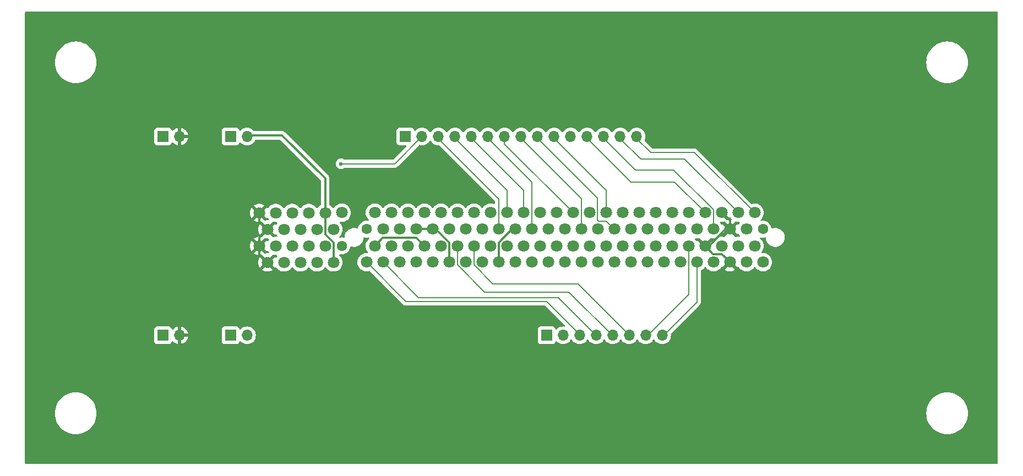
<source format=gbr>
%TF.GenerationSoftware,KiCad,Pcbnew,8.0.6*%
%TF.CreationDate,2025-01-09T01:40:23-04:00*%
%TF.ProjectId,nsec-badge-2025-baseboard,6e736563-2d62-4616-9467-652d32303235,rev?*%
%TF.SameCoordinates,Original*%
%TF.FileFunction,Copper,L2,Bot*%
%TF.FilePolarity,Positive*%
%FSLAX46Y46*%
G04 Gerber Fmt 4.6, Leading zero omitted, Abs format (unit mm)*
G04 Created by KiCad (PCBNEW 8.0.6) date 2025-01-09 01:40:23*
%MOMM*%
%LPD*%
G01*
G04 APERTURE LIST*
%TA.AperFunction,ComponentPad*%
%ADD10R,1.700000X1.700000*%
%TD*%
%TA.AperFunction,ComponentPad*%
%ADD11O,1.700000X1.700000*%
%TD*%
%TA.AperFunction,ComponentPad*%
%ADD12C,1.800000*%
%TD*%
%TA.AperFunction,ComponentPad*%
%ADD13C,1.600000*%
%TD*%
%TA.AperFunction,ViaPad*%
%ADD14C,0.600000*%
%TD*%
%TA.AperFunction,Conductor*%
%ADD15C,0.300000*%
%TD*%
%TA.AperFunction,Conductor*%
%ADD16C,0.200000*%
%TD*%
G04 APERTURE END LIST*
D10*
%TO.P,J3,1,Pin_1*%
%TO.N,GND*%
X95600000Y-93600000D03*
D11*
%TO.P,J3,2,Pin_2*%
%TO.N,VDD*%
X98140000Y-93600000D03*
%TD*%
D10*
%TO.P,J1,1,Pin_1*%
%TO.N,GND*%
X132900000Y-63000000D03*
D11*
%TO.P,J1,2,Pin_2*%
%TO.N,RGB_OUT*%
X135440000Y-63000000D03*
%TO.P,J1,3,Pin_3*%
%TO.N,I2C_SCL*%
X137980000Y-63000000D03*
%TO.P,J1,4,Pin_4*%
%TO.N,I2C_SDA*%
X140520000Y-63000000D03*
%TO.P,J1,5,Pin_5*%
%TO.N,BTN_A*%
X143060000Y-63000000D03*
%TO.P,J1,6,Pin_6*%
%TO.N,RESET*%
X145600000Y-63000000D03*
%TO.P,J1,7,Pin_7*%
%TO.N,UART_RX*%
X148140000Y-63000000D03*
%TO.P,J1,8,Pin_8*%
%TO.N,UART_TX*%
X150680000Y-63000000D03*
%TO.P,J1,9,Pin_9*%
%TO.N,GPIO1*%
X153220000Y-63000000D03*
%TO.P,J1,10,Pin_10*%
%TO.N,GPIO2*%
X155760000Y-63000000D03*
%TO.P,J1,11,Pin_11*%
%TO.N,GPIO3*%
X158300000Y-63000000D03*
%TO.P,J1,12,Pin_12*%
%TO.N,IR_OUT*%
X160840000Y-63000000D03*
%TO.P,J1,13,Pin_13*%
%TO.N,IR_IN*%
X163380000Y-63000000D03*
%TO.P,J1,14,Pin_14*%
%TO.N,BTN_DOWN*%
X165920000Y-63000000D03*
%TO.P,J1,15,Pin_15*%
%TO.N,BTN_UP*%
X168460000Y-63000000D03*
%TD*%
D10*
%TO.P,J7,1,Pin_1*%
%TO.N,GND*%
X106000000Y-63000000D03*
D11*
%TO.P,J7,2,Pin_2*%
%TO.N,+3V3*%
X108540000Y-63000000D03*
%TD*%
D10*
%TO.P,J4,1,Pin_1*%
%TO.N,GND*%
X106000000Y-93600000D03*
D11*
%TO.P,J4,2,Pin_2*%
%TO.N,+3V3*%
X108540000Y-93600000D03*
%TD*%
D12*
%TO.P,J5,A1,~{TRST#}*%
%TO.N,SV2*%
X187870154Y-82345136D03*
%TO.P,J5,A2,+12V*%
%TO.N,unconnected-(J5-+12V-PadA2)*%
X186600152Y-79845009D03*
%TO.P,J5,A3,TMS*%
%TO.N,SV1*%
X185330149Y-82345136D03*
%TO.P,J5,A4,TDI*%
%TO.N,unconnected-(J5-TDI-PadA4)*%
X184060147Y-79845009D03*
%TO.P,J5,A5,+5V*%
%TO.N,VDD*%
X182790144Y-82345136D03*
%TO.P,J5,A6,~{INTA#}*%
%TO.N,unconnected-(J5-~{INTA#}-PadA6)*%
X181520142Y-79845009D03*
%TO.P,J5,A7,~{INTC#}*%
%TO.N,unconnected-(J5-~{INTC#}-PadA7)*%
X180250139Y-82345136D03*
%TO.P,J5,A8,+5V*%
%TO.N,VDD*%
X178980137Y-79845009D03*
%TO.P,J5,A9,RESERVED*%
%TO.N,SV8*%
X177710134Y-82345136D03*
%TO.P,J5,A10,VIO*%
%TO.N,SV7*%
X176440132Y-79845009D03*
%TO.P,J5,A11,RESERVED*%
%TO.N,unconnected-(J5-RESERVED-PadA11)*%
X175170129Y-82345136D03*
%TO.P,J5,A12*%
%TO.N,N/C*%
X173900127Y-79845009D03*
%TO.P,J5,A13*%
X172630124Y-82345136D03*
%TO.P,J5,A14,3.3VAUX*%
%TO.N,unconnected-(J5-3.3VAUX-PadA14)*%
X171360121Y-79845009D03*
%TO.P,J5,A15,~{RST#}*%
%TO.N,unconnected-(J5-~{RST#}-PadA15)*%
X170090119Y-82345136D03*
%TO.P,J5,A16,VIO*%
%TO.N,unconnected-(J5-VIO-PadA16)*%
X168820116Y-79845009D03*
%TO.P,J5,A17,~{GNT#}*%
%TO.N,unconnected-(J5-~{GNT#}-PadA17)*%
X167550114Y-82345136D03*
%TO.P,J5,A18,GND*%
%TO.N,GND*%
X166280111Y-79845009D03*
%TO.P,J5,A19,PME#*%
%TO.N,unconnected-(J5-PME#-PadA19)*%
X165010109Y-82345136D03*
%TO.P,J5,A20,AD[30]*%
%TO.N,unconnected-(J5-AD[30]-PadA20)*%
X163740106Y-79845009D03*
%TO.P,J5,A21,+3.3V*%
%TO.N,+3V3*%
X162470104Y-82345136D03*
%TO.P,J5,A22,AD[28]*%
%TO.N,unconnected-(J5-AD[28]-PadA22)*%
X161200101Y-79845009D03*
%TO.P,J5,A23,AD[26]*%
%TO.N,unconnected-(J5-AD[26]-PadA23)*%
X159930099Y-82345136D03*
%TO.P,J5,A24,GND*%
%TO.N,GND*%
X158660096Y-79845009D03*
%TO.P,J5,A25,AD[24]*%
%TO.N,unconnected-(J5-AD[24]-PadA25)*%
X157390094Y-82345136D03*
%TO.P,J5,A26,IDSEL*%
%TO.N,unconnected-(J5-IDSEL-PadA26)*%
X156120091Y-79845009D03*
%TO.P,J5,A27,+3.3V*%
%TO.N,+3V3*%
X154850088Y-82345136D03*
%TO.P,J5,A28,AD[22]*%
%TO.N,unconnected-(J5-AD[22]-PadA28)*%
X153580086Y-79845009D03*
%TO.P,J5,A29,AD[20]*%
%TO.N,unconnected-(J5-AD[20]-PadA29)*%
X152310083Y-82345136D03*
%TO.P,J5,A30,GND*%
%TO.N,GND*%
X151040081Y-79845009D03*
%TO.P,J5,A31,AD[18]*%
%TO.N,unconnected-(J5-AD[18]-PadA31)*%
X149770078Y-82345136D03*
%TO.P,J5,A32,AD[16]*%
%TO.N,unconnected-(J5-AD[16]-PadA32)*%
X148500076Y-79845009D03*
%TO.P,J5,A33,+3.3V*%
%TO.N,+3V3*%
X147230073Y-82345136D03*
%TO.P,J5,A34,~{FRAME#}*%
%TO.N,unconnected-(J5-~{FRAME#}-PadA34)*%
X145960071Y-79845009D03*
%TO.P,J5,A35,GND*%
%TO.N,GND*%
X144690068Y-82345136D03*
%TO.P,J5,A36,~{TRDY#}*%
%TO.N,SV6*%
X143420066Y-79845009D03*
%TO.P,J5,A37,GND*%
%TO.N,GND*%
X142150063Y-82345136D03*
%TO.P,J5,A38,~{STOP#}*%
%TO.N,SV5*%
X140880060Y-79845009D03*
%TO.P,J5,A39,+3.3V*%
%TO.N,+3V3*%
X139610058Y-82345136D03*
%TO.P,J5,A40,RESERVED*%
%TO.N,unconnected-(J5-RESERVED-PadA40)*%
X138340055Y-79845009D03*
%TO.P,J5,A41,RESERVED*%
%TO.N,unconnected-(J5-RESERVED-PadA41)*%
X137070053Y-82345136D03*
%TO.P,J5,A42,GND*%
%TO.N,GND*%
X135800050Y-79845009D03*
%TO.P,J5,A43,PAR*%
%TO.N,unconnected-(J5-PAR-PadA43)*%
X134530048Y-82345136D03*
%TO.P,J5,A44,AD[15]*%
%TO.N,unconnected-(J5-AD[15]-PadA44)*%
X133260045Y-79845009D03*
%TO.P,J5,A45,+3.3V*%
%TO.N,+3V3*%
X131990043Y-82345136D03*
%TO.P,J5,A46,AD[13]*%
%TO.N,unconnected-(J5-AD[13]-PadA46)*%
X130720040Y-79845009D03*
%TO.P,J5,A47,AD[11]*%
%TO.N,SV4*%
X129450038Y-82345136D03*
%TO.P,J5,A48,GND*%
%TO.N,GND*%
X128180035Y-79845009D03*
%TO.P,J5,A49,AD[09]*%
%TO.N,SV3*%
X126910033Y-82345136D03*
D13*
%TO.P,J5,A52,~{C/BE#[0]}*%
%TO.N,unconnected-(J5-~{C{slash}BE#[0]}-PadA52)*%
X123100025Y-79845009D03*
D12*
%TO.P,J5,A53,+3.3V*%
%TO.N,+3V3*%
X121830022Y-82385014D03*
%TO.P,J5,A54,AD[06]*%
%TO.N,unconnected-(J5-AD[06]-PadA54)*%
X120560020Y-79845009D03*
%TO.P,J5,A55'*%
%TO.N,N/C*%
X119290017Y-82385014D03*
%TO.P,J5,A56,GND*%
%TO.N,GND*%
X118020015Y-79845009D03*
%TO.P,J5,A57,AD[02]*%
%TO.N,unconnected-(J5-AD[02]-PadA57)*%
X116750012Y-82385014D03*
%TO.P,J5,A58,AD[00]*%
%TO.N,unconnected-(J5-AD[00]-PadA58)*%
X115480010Y-79845009D03*
%TO.P,J5,A59,VIO*%
%TO.N,unconnected-(J5-VIO-PadA59)*%
X114210007Y-82385014D03*
%TO.P,J5,A60,~{REQ64#}*%
%TO.N,unconnected-(J5-~{REQ64#}-PadA60)*%
X112940005Y-79845009D03*
%TO.P,J5,A61,+5V*%
%TO.N,VDD*%
X111670002Y-82385014D03*
%TO.P,J5,A62,+5V*%
X110400000Y-79845009D03*
D13*
%TO.P,J5,B1,-12V*%
%TO.N,unconnected-(J5--12V-PadB1)*%
X187870154Y-77265125D03*
D12*
%TO.P,J5,B2,TCK*%
%TO.N,BTN_UP*%
X186600152Y-74725120D03*
%TO.P,J5,B3,GND*%
%TO.N,GND*%
X185330149Y-77265125D03*
%TO.P,J5,B4,TDO*%
%TO.N,BTN_DOWN*%
X184060147Y-74725120D03*
%TO.P,J5,B5,+5V*%
%TO.N,VDD*%
X182790144Y-77265125D03*
%TO.P,J5,B6,+5V*%
X181520142Y-74725120D03*
%TO.P,J5,B7,~{INTB#}*%
%TO.N,IR_IN*%
X180250139Y-77265125D03*
%TO.P,J5,B8,~{INTD#}*%
%TO.N,IR_OUT*%
X178980137Y-74725120D03*
%TO.P,J5,B9,~{PRSNT1#}*%
%TO.N,unconnected-(J5-~{PRSNT1#}-PadB9)*%
X177710134Y-77265125D03*
%TO.P,J5,B10,RESERVED*%
%TO.N,unconnected-(J5-RESERVED-PadB10)*%
X176440132Y-74725120D03*
%TO.P,J5,B11,~{PRSNT2#}*%
%TO.N,unconnected-(J5-~{PRSNT2#}-PadB11)*%
X175170129Y-77265125D03*
%TO.P,J5,B12*%
%TO.N,N/C*%
X173900127Y-74725120D03*
%TO.P,J5,B13*%
X172630124Y-77265125D03*
%TO.P,J5,B14,RESERVED*%
%TO.N,unconnected-(J5-RESERVED-PadB14)*%
X171360121Y-74725120D03*
%TO.P,J5,B15,GND*%
%TO.N,GND*%
X170090119Y-77265125D03*
%TO.P,J5,B16,CLK*%
%TO.N,unconnected-(J5-CLK-PadB16)*%
X168820116Y-74725120D03*
%TO.P,J5,B17,GND*%
%TO.N,GND*%
X167550114Y-77265125D03*
%TO.P,J5,B18,~{REQ#}*%
%TO.N,unconnected-(J5-~{REQ#}-PadB18)*%
X166280111Y-74725120D03*
%TO.P,J5,B19,VIO*%
%TO.N,GPIO1*%
X165010109Y-77265125D03*
%TO.P,J5,B20,AD[31]*%
%TO.N,GPIO2*%
X163740106Y-74725120D03*
%TO.P,J5,B21,AD[29]*%
%TO.N,GPIO3*%
X162470104Y-77265125D03*
%TO.P,J5,B22,GND*%
%TO.N,GND*%
X161200101Y-74725120D03*
%TO.P,J5,B23,AD[27]*%
%TO.N,UART_TX*%
X159930099Y-77265125D03*
%TO.P,J5,B24,AD[25]*%
%TO.N,UART_RX*%
X158660096Y-74725120D03*
%TO.P,J5,B25,+3.3V*%
%TO.N,+3V3*%
X157390094Y-77265125D03*
%TO.P,J5,B26,C/BE#[3]*%
%TO.N,unconnected-(J5-C{slash}BE#[3]-PadB26)*%
X156120091Y-74725120D03*
%TO.P,J5,B27,AD[23]*%
%TO.N,unconnected-(J5-AD[23]-PadB27)*%
X154850088Y-77265125D03*
%TO.P,J5,B28,GND*%
%TO.N,GND*%
X153580086Y-74725120D03*
%TO.P,J5,B29,AD[21]*%
%TO.N,RESET*%
X152310083Y-77265125D03*
%TO.P,J5,B30,AD[19]*%
%TO.N,BTN_A*%
X151040081Y-74725120D03*
%TO.P,J5,B31,+3.3V*%
%TO.N,+3V3*%
X149770078Y-77265125D03*
%TO.P,J5,B32,AD[17]*%
%TO.N,I2C_SDA*%
X148500076Y-74725120D03*
%TO.P,J5,B33,~{C/BE#[2]}*%
%TO.N,I2C_SCL*%
X147230073Y-77265125D03*
%TO.P,J5,B34,GND*%
%TO.N,GND*%
X145960071Y-74725120D03*
%TO.P,J5,B35,~{IRDY#}*%
%TO.N,unconnected-(J5-~{IRDY#}-PadB35)*%
X144690068Y-77265125D03*
%TO.P,J5,B36,+3.3V*%
%TO.N,+3V3*%
X143420066Y-74725120D03*
%TO.P,J5,B37,~{DEVSEL#}*%
%TO.N,unconnected-(J5-~{DEVSEL#}-PadB37)*%
X142150063Y-77265125D03*
%TO.P,J5,B38,GND*%
%TO.N,GND*%
X140880060Y-74725120D03*
%TO.P,J5,B39,~{LOCK#}*%
%TO.N,unconnected-(J5-~{LOCK#}-PadB39)*%
X139610058Y-77265125D03*
%TO.P,J5,B40,~{PERR#}*%
%TO.N,unconnected-(J5-~{PERR#}-PadB40)*%
X138340055Y-74725120D03*
%TO.P,J5,B41,+3.3V*%
%TO.N,+3V3*%
X137070053Y-77265125D03*
%TO.P,J5,B42,~{SERR#}*%
%TO.N,unconnected-(J5-~{SERR#}-PadB42)*%
X135800050Y-74725120D03*
%TO.P,J5,B43,+3.3V*%
%TO.N,+3V3*%
X134530048Y-77265125D03*
%TO.P,J5,B44,~{C/BE#[1]}*%
%TO.N,unconnected-(J5-~{C{slash}BE#[1]}-PadB44)*%
X133260045Y-74725120D03*
%TO.P,J5,B45,AD[14]*%
%TO.N,unconnected-(J5-AD[14]-PadB45)*%
X131990043Y-77265125D03*
%TO.P,J5,B46,GND*%
%TO.N,GND*%
X130720040Y-74725120D03*
%TO.P,J5,B47,AD[12]*%
%TO.N,unconnected-(J5-AD[12]-PadB47)*%
X129450038Y-77265125D03*
%TO.P,J5,B48,AD[10]*%
%TO.N,unconnected-(J5-AD[10]-PadB48)*%
X128180035Y-74725120D03*
D13*
%TO.P,J5,B49,M66EN*%
%TO.N,unconnected-(J5-M66EN-PadB49)*%
X126910033Y-77265125D03*
D12*
%TO.P,J5,B52,AD[08]*%
%TO.N,unconnected-(J5-AD[08]-PadB52)*%
X123100025Y-74725120D03*
%TO.P,J5,B53,AD[07]*%
%TO.N,unconnected-(J5-AD[07]-PadB53)*%
X121830022Y-77305003D03*
%TO.P,J5,B54,+3.3V*%
%TO.N,+3V3*%
X120560020Y-74764998D03*
%TO.P,J5,B55,AD[05]*%
%TO.N,unconnected-(J5-AD[05]-PadB55)*%
X119290017Y-77305003D03*
%TO.P,J5,B56,AD[03]*%
%TO.N,unconnected-(J5-AD[03]-PadB56)*%
X118020015Y-74764998D03*
%TO.P,J5,B57,GND*%
%TO.N,GND*%
X116750012Y-77305003D03*
%TO.P,J5,B58,AD[01]*%
%TO.N,unconnected-(J5-AD[01]-PadB58)*%
X115480010Y-74764998D03*
%TO.P,J5,B59,VIO*%
%TO.N,unconnected-(J5-VIO-PadB59)*%
X114210007Y-77305003D03*
%TO.P,J5,B60,~{ACK64#}*%
%TO.N,RGB_OUT*%
X112940005Y-74764998D03*
%TO.P,J5,B61,+5V*%
%TO.N,VDD*%
X111670002Y-77305003D03*
%TO.P,J5,B62,+5V*%
X110400000Y-74764998D03*
%TD*%
D10*
%TO.P,J2,1,Pin_1*%
%TO.N,SV1*%
X154600035Y-93600000D03*
D11*
%TO.P,J2,2,Pin_2*%
%TO.N,SV2*%
X157140035Y-93600000D03*
%TO.P,J2,3,Pin_3*%
%TO.N,SV3*%
X159680035Y-93600000D03*
%TO.P,J2,4,Pin_4*%
%TO.N,SV4*%
X162220035Y-93600000D03*
%TO.P,J2,5,Pin_5*%
%TO.N,SV5*%
X164760035Y-93600000D03*
%TO.P,J2,6,Pin_6*%
%TO.N,SV6*%
X167300035Y-93600000D03*
%TO.P,J2,7,Pin_7*%
%TO.N,SV7*%
X169840035Y-93600000D03*
%TO.P,J2,8,Pin_8*%
%TO.N,SV8*%
X172380035Y-93600000D03*
%TD*%
D10*
%TO.P,J6,1,Pin_1*%
%TO.N,GND*%
X95600000Y-63000000D03*
D11*
%TO.P,J6,2,Pin_2*%
%TO.N,VDD*%
X98140000Y-63000000D03*
%TD*%
D14*
%TO.N,RGB_OUT*%
X123000000Y-67200000D03*
%TD*%
D15*
%TO.N,GND*%
X134550050Y-78595009D02*
X135800050Y-79845009D01*
X129430035Y-78595009D02*
X134550050Y-78595009D01*
X128180035Y-79845009D02*
X129430035Y-78595009D01*
%TO.N,+3V3*%
X121830022Y-79347244D02*
X121830022Y-82385014D01*
X147230073Y-79347245D02*
X149312193Y-77265125D01*
X149312193Y-77265125D02*
X149770078Y-77265125D01*
X137070053Y-77265125D02*
X137527938Y-77265125D01*
X113925000Y-62825000D02*
X120560020Y-69460020D01*
X147230073Y-82345136D02*
X147230073Y-79347245D01*
X137527938Y-77265125D02*
X139610058Y-79347245D01*
X108540000Y-62825000D02*
X113925000Y-62825000D01*
X139610058Y-79347245D02*
X139610058Y-82345136D01*
X120560020Y-74764998D02*
X120560020Y-78077242D01*
X120560020Y-69460020D02*
X120560020Y-74764998D01*
X137070053Y-77265125D02*
X134530048Y-77265125D01*
X120560020Y-78077242D02*
X121830022Y-79347244D01*
D16*
%TO.N,IR_OUT*%
X167604915Y-70050000D02*
X160840000Y-63285085D01*
X178980137Y-74725120D02*
X174305017Y-70050000D01*
X174305017Y-70050000D02*
X167604915Y-70050000D01*
X160840000Y-63285085D02*
X160840000Y-63200000D01*
%TO.N,I2C_SCL*%
X147230073Y-77265125D02*
X147230073Y-72630073D01*
X147230073Y-72630073D02*
X137980000Y-63380000D01*
X137980000Y-63380000D02*
X137980000Y-63200000D01*
%TO.N,IR_IN*%
X163380000Y-63285085D02*
X163380000Y-63200000D01*
X174102074Y-68150000D02*
X168244915Y-68150000D01*
X168244915Y-68150000D02*
X163380000Y-63285085D01*
X180250139Y-77265125D02*
X180250139Y-74298065D01*
X180250139Y-74298065D02*
X174102074Y-68150000D01*
%TO.N,I2C_SDA*%
X148500076Y-71265161D02*
X140520000Y-63285085D01*
X140520000Y-63285085D02*
X140520000Y-63200000D01*
X148500076Y-74725120D02*
X148500076Y-71265161D01*
%TO.N,UART_RX*%
X148140000Y-64205024D02*
X148140000Y-63200000D01*
X158660096Y-74725120D02*
X148140000Y-64205024D01*
%TO.N,GPIO2*%
X155760000Y-63285085D02*
X155760000Y-63200000D01*
X163740106Y-71265191D02*
X155760000Y-63285085D01*
X163740106Y-74725120D02*
X163740106Y-71265191D01*
%TO.N,GPIO1*%
X153220000Y-63285085D02*
X153220000Y-63200000D01*
X162400101Y-75845185D02*
X162400101Y-72465186D01*
X165010109Y-77265125D02*
X163810109Y-76065125D01*
X163810109Y-76065125D02*
X162620041Y-76065125D01*
X162620041Y-76065125D02*
X162400101Y-75845185D01*
X162400101Y-72465186D02*
X153220000Y-63285085D01*
%TO.N,UART_TX*%
X159930099Y-72535184D02*
X159930099Y-77265125D01*
X150680000Y-63285085D02*
X159930099Y-72535184D01*
X150680000Y-63200000D02*
X150680000Y-63285085D01*
%TO.N,RESET*%
X145600000Y-63285085D02*
X145600000Y-63200000D01*
X152310083Y-69995168D02*
X145600000Y-63285085D01*
X152310083Y-77265125D02*
X152310083Y-69995168D01*
D15*
%TO.N,VDD*%
X110400000Y-79845009D02*
X110400000Y-78575005D01*
X179579444Y-79845009D02*
X178980137Y-79845009D01*
X182790144Y-75995122D02*
X181520142Y-74725120D01*
X181540144Y-81095136D02*
X180230264Y-81095136D01*
X180230264Y-81095136D02*
X178980137Y-79845009D01*
X182790144Y-77265125D02*
X182159328Y-77265125D01*
X111670002Y-82385014D02*
X110400000Y-81115012D01*
X111670002Y-77305003D02*
X110400000Y-76035001D01*
X110400000Y-78575005D02*
X111670002Y-77305003D01*
X182159328Y-77265125D02*
X179579444Y-79845009D01*
X110400000Y-81115012D02*
X110400000Y-79845009D01*
X182790144Y-82345136D02*
X181540144Y-81095136D01*
X110400000Y-76035001D02*
X110400000Y-74764998D01*
X182790144Y-77265125D02*
X182790144Y-75995122D01*
D16*
%TO.N,BTN_UP*%
X168460000Y-63315085D02*
X168460000Y-63200000D01*
X186600152Y-74725120D02*
X177325032Y-65450000D01*
X177325032Y-65450000D02*
X170594915Y-65450000D01*
X170594915Y-65450000D02*
X168460000Y-63315085D01*
%TO.N,BTN_DOWN*%
X165920000Y-63315085D02*
X165920000Y-63200000D01*
X169104915Y-66500000D02*
X165920000Y-63315085D01*
X175835027Y-66500000D02*
X169104915Y-66500000D01*
X184060147Y-74725120D02*
X175835027Y-66500000D01*
%TO.N,BTN_A*%
X151040081Y-71265166D02*
X143060000Y-63285085D01*
X151040081Y-74725120D02*
X151040081Y-71265166D01*
X143060000Y-63285085D02*
X143060000Y-63200000D01*
%TO.N,RGB_OUT*%
X131240000Y-67200000D02*
X135440000Y-63000000D01*
X123000000Y-67200000D02*
X131240000Y-67200000D01*
%TO.N,SV6*%
X167300035Y-93562578D02*
X167300035Y-93925120D01*
X143420066Y-79845009D02*
X143420066Y-82772191D01*
X159462577Y-85725120D02*
X167300035Y-93562578D01*
X143420066Y-82772191D02*
X146372995Y-85725120D01*
X146372995Y-85725120D02*
X159462577Y-85725120D01*
%TO.N,SV8*%
X172380035Y-93825120D02*
X172380035Y-93925120D01*
X177710134Y-88495021D02*
X172380035Y-93825120D01*
X177710134Y-82345136D02*
X177710134Y-88495021D01*
%TO.N,SV4*%
X156400000Y-87800000D02*
X162220035Y-93620035D01*
X162220035Y-93620035D02*
X162220035Y-93925120D01*
X129450038Y-82345136D02*
X134904902Y-87800000D01*
X134904902Y-87800000D02*
X156400000Y-87800000D01*
%TO.N,SV3*%
X132964897Y-88400000D02*
X154600000Y-88400000D01*
X126910033Y-82345136D02*
X132964897Y-88400000D01*
X159680035Y-93480035D02*
X159680035Y-93925120D01*
X154600000Y-88400000D02*
X159680035Y-93480035D01*
%TO.N,SV7*%
X176440132Y-87325023D02*
X169940035Y-93825120D01*
X176440132Y-79845009D02*
X176440132Y-87325023D01*
X169940035Y-93825120D02*
X169840035Y-93825120D01*
%TO.N,SV5*%
X164760035Y-93642578D02*
X164760035Y-93825120D01*
X158042577Y-86925120D02*
X164760035Y-93642578D01*
X140880060Y-82772190D02*
X145032990Y-86925120D01*
X140880060Y-79845009D02*
X140880060Y-82772190D01*
X145032990Y-86925120D02*
X158042577Y-86925120D01*
%TD*%
%TA.AperFunction,Conductor*%
%TO.N,VDD*%
G36*
X112589941Y-81206477D02*
G01*
X112590050Y-81206048D01*
X112592285Y-81206614D01*
X112593153Y-81206664D01*
X112595024Y-81207307D01*
X112823956Y-81245509D01*
X112823957Y-81245509D01*
X113056060Y-81245509D01*
X113061165Y-81245086D01*
X113061314Y-81246890D01*
X113122818Y-81254302D01*
X113176654Y-81298838D01*
X113197867Y-81365409D01*
X113179720Y-81432882D01*
X113165130Y-81452227D01*
X113101022Y-81521868D01*
X113043513Y-81609892D01*
X112990367Y-81655249D01*
X112921135Y-81664672D01*
X112857800Y-81635170D01*
X112835896Y-81609891D01*
X112821188Y-81587379D01*
X112193799Y-82214768D01*
X112182532Y-82172717D01*
X112110122Y-82047298D01*
X112007718Y-81944894D01*
X111882299Y-81872484D01*
X111840246Y-81861215D01*
X112465199Y-81236261D01*
X112526522Y-81202776D01*
X112589941Y-81206477D01*
G37*
%TD.AperFunction*%
%TA.AperFunction,Conductor*%
G36*
X111551186Y-80642642D02*
G01*
X111565895Y-80620130D01*
X111619041Y-80574773D01*
X111688273Y-80565350D01*
X111751608Y-80594852D01*
X111773511Y-80620129D01*
X111831026Y-80708162D01*
X111895680Y-80778395D01*
X111926601Y-80841048D01*
X111918741Y-80910474D01*
X111874593Y-80964629D01*
X111808176Y-80986320D01*
X111791142Y-80985167D01*
X111791120Y-80985437D01*
X111786015Y-80985014D01*
X111553995Y-80985014D01*
X111325140Y-81023202D01*
X111325135Y-81023203D01*
X111323523Y-81023757D01*
X111322826Y-81023788D01*
X111320170Y-81024461D01*
X111320031Y-81023914D01*
X111253724Y-81026900D01*
X111195591Y-80994153D01*
X110570245Y-80368806D01*
X110612297Y-80357539D01*
X110737716Y-80285129D01*
X110840120Y-80182725D01*
X110912530Y-80057306D01*
X110923797Y-80015253D01*
X111551186Y-80642642D01*
G37*
%TD.AperFunction*%
%TA.AperFunction,Conductor*%
G36*
X178113789Y-78637588D02*
G01*
X178152515Y-78663834D01*
X178809892Y-79321210D01*
X178767840Y-79332479D01*
X178642421Y-79404889D01*
X178540017Y-79507293D01*
X178467607Y-79632712D01*
X178456338Y-79674764D01*
X177828948Y-79047374D01*
X177814240Y-79069887D01*
X177761093Y-79115243D01*
X177691862Y-79124666D01*
X177628526Y-79095163D01*
X177606623Y-79069885D01*
X177591916Y-79047374D01*
X177549111Y-78981856D01*
X177467218Y-78892896D01*
X177441635Y-78865105D01*
X177410713Y-78802451D01*
X177418573Y-78733025D01*
X177462721Y-78678869D01*
X177529138Y-78657179D01*
X177553273Y-78658814D01*
X177574111Y-78662291D01*
X177594083Y-78665625D01*
X177594085Y-78665625D01*
X177826182Y-78665625D01*
X177826183Y-78665625D01*
X178044427Y-78629206D01*
X178113789Y-78637588D01*
G37*
%TD.AperFunction*%
%TA.AperFunction,Conductor*%
G36*
X111320042Y-78666058D02*
G01*
X111320170Y-78665556D01*
X111322786Y-78666218D01*
X111323533Y-78666262D01*
X111325144Y-78666815D01*
X111553995Y-78705003D01*
X111786015Y-78705003D01*
X111791120Y-78704580D01*
X111791254Y-78706206D01*
X111853392Y-78713707D01*
X111907219Y-78758254D01*
X111928418Y-78824830D01*
X111910258Y-78892298D01*
X111895682Y-78911620D01*
X111895130Y-78912221D01*
X111831020Y-78981863D01*
X111773511Y-79069887D01*
X111720365Y-79115244D01*
X111651133Y-79124667D01*
X111587798Y-79095165D01*
X111565894Y-79069886D01*
X111551186Y-79047374D01*
X110923797Y-79674763D01*
X110912530Y-79632712D01*
X110840120Y-79507293D01*
X110737716Y-79404889D01*
X110612297Y-79332479D01*
X110570244Y-79321210D01*
X111195590Y-78695863D01*
X111256913Y-78662378D01*
X111320042Y-78666058D01*
G37*
%TD.AperFunction*%
%TA.AperFunction,Conductor*%
G36*
X180134090Y-78665625D02*
G01*
X180134091Y-78665625D01*
X180366190Y-78665625D01*
X180386161Y-78662291D01*
X180406997Y-78658815D01*
X180476361Y-78667195D01*
X180530184Y-78711747D01*
X180551376Y-78778325D01*
X180533209Y-78845792D01*
X180518639Y-78865105D01*
X180411157Y-78981863D01*
X180353648Y-79069887D01*
X180300502Y-79115244D01*
X180231270Y-79124667D01*
X180167935Y-79095165D01*
X180146031Y-79069886D01*
X180131323Y-79047374D01*
X179503934Y-79674762D01*
X179492667Y-79632712D01*
X179420257Y-79507293D01*
X179317853Y-79404889D01*
X179192434Y-79332479D01*
X179150381Y-79321210D01*
X179807756Y-78663834D01*
X179869079Y-78630349D01*
X179915843Y-78629206D01*
X180134090Y-78665625D01*
G37*
%TD.AperFunction*%
%TA.AperFunction,Conductor*%
G36*
X112821188Y-78102636D02*
G01*
X112835897Y-78080124D01*
X112889043Y-78034767D01*
X112958275Y-78025344D01*
X113021610Y-78054846D01*
X113043513Y-78080123D01*
X113101028Y-78168156D01*
X113126163Y-78195460D01*
X113165130Y-78237790D01*
X113196052Y-78300444D01*
X113188191Y-78369871D01*
X113144044Y-78424026D01*
X113077626Y-78445716D01*
X113061192Y-78444604D01*
X113061165Y-78444932D01*
X113056060Y-78444509D01*
X113056054Y-78444509D01*
X112823956Y-78444509D01*
X112768548Y-78453755D01*
X112595022Y-78482711D01*
X112593138Y-78483358D01*
X112592321Y-78483394D01*
X112590050Y-78483970D01*
X112589931Y-78483502D01*
X112523339Y-78486503D01*
X112465201Y-78453755D01*
X111840247Y-77828800D01*
X111882299Y-77817533D01*
X112007718Y-77745123D01*
X112110122Y-77642719D01*
X112182532Y-77517300D01*
X112193799Y-77475247D01*
X112821188Y-78102636D01*
G37*
%TD.AperFunction*%
%TA.AperFunction,Conductor*%
G36*
X183941330Y-78062758D02*
G01*
X183956039Y-78040246D01*
X184009185Y-77994889D01*
X184078417Y-77985466D01*
X184141752Y-78014968D01*
X184163655Y-78040245D01*
X184221170Y-78128278D01*
X184283015Y-78195460D01*
X184328645Y-78245028D01*
X184359567Y-78307682D01*
X184351706Y-78377108D01*
X184307559Y-78431264D01*
X184241142Y-78452954D01*
X184217006Y-78451319D01*
X184176196Y-78444509D01*
X183944098Y-78444509D01*
X183888690Y-78453755D01*
X183725856Y-78480927D01*
X183656490Y-78472545D01*
X183617765Y-78446299D01*
X182960389Y-77788922D01*
X183002441Y-77777655D01*
X183127860Y-77705245D01*
X183230264Y-77602841D01*
X183302674Y-77477422D01*
X183313941Y-77435369D01*
X183941330Y-78062758D01*
G37*
%TD.AperFunction*%
%TA.AperFunction,Conductor*%
G36*
X182277614Y-77477422D02*
G01*
X182350024Y-77602841D01*
X182452428Y-77705245D01*
X182577847Y-77777655D01*
X182619898Y-77788922D01*
X181962523Y-78446298D01*
X181901200Y-78479783D01*
X181854433Y-78480926D01*
X181636191Y-78444509D01*
X181404093Y-78444509D01*
X181363281Y-78451319D01*
X181293916Y-78442937D01*
X181240094Y-78398383D01*
X181218903Y-78331805D01*
X181237072Y-78264339D01*
X181251635Y-78245035D01*
X181359118Y-78128278D01*
X181416632Y-78040246D01*
X181469777Y-77994890D01*
X181539008Y-77985466D01*
X181602344Y-78014967D01*
X181624249Y-78040247D01*
X181638956Y-78062758D01*
X182266345Y-77435369D01*
X182277614Y-77477422D01*
G37*
%TD.AperFunction*%
%TA.AperFunction,Conductor*%
G36*
X112589941Y-76126466D02*
G01*
X112590050Y-76126037D01*
X112592285Y-76126603D01*
X112593153Y-76126653D01*
X112595024Y-76127296D01*
X112823956Y-76165498D01*
X112823957Y-76165498D01*
X113056060Y-76165498D01*
X113061165Y-76165075D01*
X113061314Y-76166879D01*
X113122818Y-76174291D01*
X113176654Y-76218827D01*
X113197867Y-76285398D01*
X113179720Y-76352871D01*
X113165130Y-76372216D01*
X113101022Y-76441857D01*
X113043513Y-76529881D01*
X112990367Y-76575238D01*
X112921135Y-76584661D01*
X112857800Y-76555159D01*
X112835896Y-76529880D01*
X112821188Y-76507368D01*
X112193799Y-77134757D01*
X112182532Y-77092706D01*
X112110122Y-76967287D01*
X112007718Y-76864883D01*
X111882299Y-76792473D01*
X111840246Y-76781204D01*
X112465199Y-76156250D01*
X112526522Y-76122765D01*
X112589941Y-76126466D01*
G37*
%TD.AperFunction*%
%TA.AperFunction,Conductor*%
G36*
X181994552Y-76115980D02*
G01*
X182619899Y-76741326D01*
X182577847Y-76752595D01*
X182452428Y-76825005D01*
X182350024Y-76927409D01*
X182277614Y-77052828D01*
X182266345Y-77094880D01*
X181638955Y-76467490D01*
X181624247Y-76490003D01*
X181571100Y-76535359D01*
X181501869Y-76544782D01*
X181438533Y-76515279D01*
X181416630Y-76490001D01*
X181359122Y-76401977D01*
X181359119Y-76401974D01*
X181359118Y-76401972D01*
X181294462Y-76331737D01*
X181263542Y-76269085D01*
X181271402Y-76199659D01*
X181315550Y-76145504D01*
X181381967Y-76123813D01*
X181399001Y-76124968D01*
X181399024Y-76124697D01*
X181404129Y-76125120D01*
X181636149Y-76125120D01*
X181864997Y-76086932D01*
X181866598Y-76086383D01*
X181867294Y-76086351D01*
X181869974Y-76085673D01*
X181870113Y-76086224D01*
X181936397Y-76083227D01*
X181994552Y-76115980D01*
G37*
%TD.AperFunction*%
%TA.AperFunction,Conductor*%
G36*
X183710083Y-76086588D02*
G01*
X183710192Y-76086159D01*
X183712427Y-76086725D01*
X183713295Y-76086775D01*
X183715166Y-76087418D01*
X183944098Y-76125620D01*
X183944099Y-76125620D01*
X184176202Y-76125620D01*
X184181307Y-76125197D01*
X184181456Y-76127001D01*
X184242960Y-76134413D01*
X184296796Y-76178949D01*
X184318009Y-76245520D01*
X184299862Y-76312993D01*
X184285272Y-76332338D01*
X184221164Y-76401979D01*
X184163655Y-76490003D01*
X184110509Y-76535360D01*
X184041277Y-76544783D01*
X183977942Y-76515281D01*
X183956038Y-76490002D01*
X183941330Y-76467490D01*
X183313941Y-77094879D01*
X183302674Y-77052828D01*
X183230264Y-76927409D01*
X183127860Y-76825005D01*
X183002441Y-76752595D01*
X182960388Y-76741326D01*
X183585341Y-76116372D01*
X183646664Y-76082887D01*
X183710083Y-76086588D01*
G37*
%TD.AperFunction*%
%TA.AperFunction,Conductor*%
G36*
X111551186Y-75562631D02*
G01*
X111565895Y-75540119D01*
X111619041Y-75494762D01*
X111688273Y-75485339D01*
X111751608Y-75514841D01*
X111773512Y-75540119D01*
X111804968Y-75588267D01*
X111831026Y-75628151D01*
X111895680Y-75698384D01*
X111926601Y-75761037D01*
X111918741Y-75830463D01*
X111874593Y-75884618D01*
X111808176Y-75906309D01*
X111791142Y-75905156D01*
X111791120Y-75905426D01*
X111786015Y-75905003D01*
X111553995Y-75905003D01*
X111325140Y-75943191D01*
X111325135Y-75943192D01*
X111323523Y-75943746D01*
X111322826Y-75943777D01*
X111320170Y-75944450D01*
X111320031Y-75943903D01*
X111253724Y-75946889D01*
X111195591Y-75914142D01*
X110570245Y-75288795D01*
X110612297Y-75277528D01*
X110737716Y-75205118D01*
X110840120Y-75102714D01*
X110912530Y-74977295D01*
X110923797Y-74935242D01*
X111551186Y-75562631D01*
G37*
%TD.AperFunction*%
%TA.AperFunction,Conductor*%
G36*
X182671328Y-75522753D02*
G01*
X182686037Y-75500241D01*
X182739183Y-75454884D01*
X182808415Y-75445461D01*
X182871750Y-75474963D01*
X182893653Y-75500240D01*
X182951168Y-75588273D01*
X183015822Y-75658506D01*
X183046743Y-75721159D01*
X183038883Y-75790585D01*
X182994735Y-75844740D01*
X182928318Y-75866431D01*
X182911284Y-75865278D01*
X182911262Y-75865548D01*
X182906157Y-75865125D01*
X182674137Y-75865125D01*
X182445282Y-75903313D01*
X182445277Y-75903314D01*
X182443665Y-75903868D01*
X182442968Y-75903899D01*
X182440312Y-75904572D01*
X182440173Y-75904025D01*
X182373866Y-75907011D01*
X182315733Y-75874264D01*
X181690386Y-75248917D01*
X181732439Y-75237650D01*
X181857858Y-75165240D01*
X181960262Y-75062836D01*
X182032672Y-74937417D01*
X182043939Y-74895364D01*
X182671328Y-75522753D01*
G37*
%TD.AperFunction*%
%TA.AperFunction,Conductor*%
G36*
X223942539Y-43820185D02*
G01*
X223988294Y-43872989D01*
X223999500Y-43924500D01*
X223999500Y-113275500D01*
X223979815Y-113342539D01*
X223927011Y-113388294D01*
X223875500Y-113399500D01*
X74524500Y-113399500D01*
X74457461Y-113379815D01*
X74411706Y-113327011D01*
X74400500Y-113275500D01*
X74400500Y-105600000D01*
X78994457Y-105600000D01*
X79014612Y-105958902D01*
X79014614Y-105958914D01*
X79074826Y-106313296D01*
X79074828Y-106313305D01*
X79174339Y-106658718D01*
X79311905Y-106990831D01*
X79485790Y-107305454D01*
X79693805Y-107598622D01*
X79693806Y-107598623D01*
X79933339Y-107866661D01*
X80201377Y-108106194D01*
X80494548Y-108314211D01*
X80809167Y-108488094D01*
X81141276Y-108625659D01*
X81486700Y-108725173D01*
X81841093Y-108785387D01*
X82200000Y-108805543D01*
X82558907Y-108785387D01*
X82913300Y-108725173D01*
X83258724Y-108625659D01*
X83590833Y-108488094D01*
X83905452Y-108314211D01*
X84198623Y-108106194D01*
X84466661Y-107866661D01*
X84706194Y-107598623D01*
X84914211Y-107305452D01*
X85088094Y-106990833D01*
X85225659Y-106658724D01*
X85325173Y-106313300D01*
X85385387Y-105958907D01*
X85405543Y-105600000D01*
X212994457Y-105600000D01*
X213014612Y-105958902D01*
X213014614Y-105958914D01*
X213074826Y-106313296D01*
X213074828Y-106313305D01*
X213174339Y-106658718D01*
X213311905Y-106990831D01*
X213485790Y-107305454D01*
X213693805Y-107598622D01*
X213693806Y-107598623D01*
X213933339Y-107866661D01*
X214201377Y-108106194D01*
X214494548Y-108314211D01*
X214809167Y-108488094D01*
X215141276Y-108625659D01*
X215486700Y-108725173D01*
X215841093Y-108785387D01*
X216200000Y-108805543D01*
X216558907Y-108785387D01*
X216913300Y-108725173D01*
X217258724Y-108625659D01*
X217590833Y-108488094D01*
X217905452Y-108314211D01*
X218198623Y-108106194D01*
X218466661Y-107866661D01*
X218706194Y-107598623D01*
X218914211Y-107305452D01*
X219088094Y-106990833D01*
X219225659Y-106658724D01*
X219325173Y-106313300D01*
X219385387Y-105958907D01*
X219405543Y-105600000D01*
X219385387Y-105241093D01*
X219325173Y-104886700D01*
X219225659Y-104541276D01*
X219088094Y-104209167D01*
X218914211Y-103894548D01*
X218706194Y-103601377D01*
X218466661Y-103333339D01*
X218198623Y-103093806D01*
X218107928Y-103029454D01*
X217905454Y-102885790D01*
X217590831Y-102711905D01*
X217504086Y-102675974D01*
X217258724Y-102574341D01*
X217258720Y-102574339D01*
X217258718Y-102574339D01*
X216913305Y-102474828D01*
X216913296Y-102474826D01*
X216558914Y-102414614D01*
X216558902Y-102414612D01*
X216200000Y-102394457D01*
X215841097Y-102414612D01*
X215841085Y-102414614D01*
X215486703Y-102474826D01*
X215486694Y-102474828D01*
X215141281Y-102574339D01*
X214809168Y-102711905D01*
X214494545Y-102885790D01*
X214201377Y-103093805D01*
X213933339Y-103333339D01*
X213693805Y-103601377D01*
X213485790Y-103894545D01*
X213311905Y-104209168D01*
X213174339Y-104541281D01*
X213074828Y-104886694D01*
X213074826Y-104886703D01*
X213014614Y-105241085D01*
X213014612Y-105241097D01*
X212994457Y-105600000D01*
X85405543Y-105600000D01*
X85385387Y-105241093D01*
X85325173Y-104886700D01*
X85225659Y-104541276D01*
X85088094Y-104209167D01*
X84914211Y-103894548D01*
X84706194Y-103601377D01*
X84466661Y-103333339D01*
X84198623Y-103093806D01*
X84107928Y-103029454D01*
X83905454Y-102885790D01*
X83590831Y-102711905D01*
X83504086Y-102675974D01*
X83258724Y-102574341D01*
X83258720Y-102574339D01*
X83258718Y-102574339D01*
X82913305Y-102474828D01*
X82913296Y-102474826D01*
X82558914Y-102414614D01*
X82558902Y-102414612D01*
X82200000Y-102394457D01*
X81841097Y-102414612D01*
X81841085Y-102414614D01*
X81486703Y-102474826D01*
X81486694Y-102474828D01*
X81141281Y-102574339D01*
X80809168Y-102711905D01*
X80494545Y-102885790D01*
X80201377Y-103093805D01*
X79933339Y-103333339D01*
X79693805Y-103601377D01*
X79485790Y-103894545D01*
X79311905Y-104209168D01*
X79174339Y-104541281D01*
X79074828Y-104886694D01*
X79074826Y-104886703D01*
X79014614Y-105241085D01*
X79014612Y-105241097D01*
X78994457Y-105600000D01*
X74400500Y-105600000D01*
X74400500Y-92702135D01*
X94249500Y-92702135D01*
X94249500Y-94497870D01*
X94249501Y-94497876D01*
X94255908Y-94557483D01*
X94306202Y-94692328D01*
X94306206Y-94692335D01*
X94392452Y-94807544D01*
X94392455Y-94807547D01*
X94507664Y-94893793D01*
X94507671Y-94893797D01*
X94642517Y-94944091D01*
X94642516Y-94944091D01*
X94649444Y-94944835D01*
X94702127Y-94950500D01*
X96497872Y-94950499D01*
X96557483Y-94944091D01*
X96692331Y-94893796D01*
X96807546Y-94807546D01*
X96893796Y-94692331D01*
X96943002Y-94560401D01*
X96984872Y-94504468D01*
X97050337Y-94480050D01*
X97118610Y-94494901D01*
X97146865Y-94516053D01*
X97268917Y-94638105D01*
X97462421Y-94773600D01*
X97676507Y-94873429D01*
X97676516Y-94873433D01*
X97890000Y-94930634D01*
X97890000Y-94033012D01*
X97947007Y-94065925D01*
X98074174Y-94100000D01*
X98205826Y-94100000D01*
X98332993Y-94065925D01*
X98390000Y-94033012D01*
X98390000Y-94930633D01*
X98603483Y-94873433D01*
X98603492Y-94873429D01*
X98817578Y-94773600D01*
X99011082Y-94638105D01*
X99178105Y-94471082D01*
X99313600Y-94277578D01*
X99413429Y-94063492D01*
X99413432Y-94063486D01*
X99470636Y-93850000D01*
X98573012Y-93850000D01*
X98605925Y-93792993D01*
X98640000Y-93665826D01*
X98640000Y-93534174D01*
X98605925Y-93407007D01*
X98573012Y-93350000D01*
X99470636Y-93350000D01*
X99470635Y-93349999D01*
X99413432Y-93136513D01*
X99413429Y-93136507D01*
X99313600Y-92922422D01*
X99313599Y-92922420D01*
X99178113Y-92728926D01*
X99178108Y-92728920D01*
X99151323Y-92702135D01*
X104649500Y-92702135D01*
X104649500Y-94497870D01*
X104649501Y-94497876D01*
X104655908Y-94557483D01*
X104706202Y-94692328D01*
X104706206Y-94692335D01*
X104792452Y-94807544D01*
X104792455Y-94807547D01*
X104907664Y-94893793D01*
X104907671Y-94893797D01*
X105042517Y-94944091D01*
X105042516Y-94944091D01*
X105049444Y-94944835D01*
X105102127Y-94950500D01*
X106897872Y-94950499D01*
X106957483Y-94944091D01*
X107092331Y-94893796D01*
X107207546Y-94807546D01*
X107293796Y-94692331D01*
X107342810Y-94560916D01*
X107384681Y-94504984D01*
X107450145Y-94480566D01*
X107518418Y-94495417D01*
X107546673Y-94516569D01*
X107668599Y-94638495D01*
X107765384Y-94706265D01*
X107862165Y-94774032D01*
X107862167Y-94774033D01*
X107862170Y-94774035D01*
X108076337Y-94873903D01*
X108304592Y-94935063D01*
X108481034Y-94950500D01*
X108539999Y-94955659D01*
X108540000Y-94955659D01*
X108540001Y-94955659D01*
X108598966Y-94950500D01*
X108775408Y-94935063D01*
X109003663Y-94873903D01*
X109217830Y-94774035D01*
X109411401Y-94638495D01*
X109578495Y-94471401D01*
X109714035Y-94277830D01*
X109813903Y-94063663D01*
X109875063Y-93835408D01*
X109895659Y-93600000D01*
X109875063Y-93364592D01*
X109813903Y-93136337D01*
X109714035Y-92922171D01*
X109708425Y-92914158D01*
X109578494Y-92728597D01*
X109411402Y-92561506D01*
X109411395Y-92561501D01*
X109217834Y-92425967D01*
X109217830Y-92425965D01*
X109198795Y-92417089D01*
X109003663Y-92326097D01*
X109003659Y-92326096D01*
X109003655Y-92326094D01*
X108775413Y-92264938D01*
X108775403Y-92264936D01*
X108540001Y-92244341D01*
X108539999Y-92244341D01*
X108304596Y-92264936D01*
X108304586Y-92264938D01*
X108076344Y-92326094D01*
X108076337Y-92326096D01*
X108076337Y-92326097D01*
X108062816Y-92332401D01*
X107862171Y-92425964D01*
X107862169Y-92425965D01*
X107668600Y-92561503D01*
X107546673Y-92683430D01*
X107485350Y-92716914D01*
X107415658Y-92711930D01*
X107359725Y-92670058D01*
X107342810Y-92639081D01*
X107293797Y-92507671D01*
X107293793Y-92507664D01*
X107207547Y-92392455D01*
X107207544Y-92392452D01*
X107092335Y-92306206D01*
X107092328Y-92306202D01*
X106957482Y-92255908D01*
X106957483Y-92255908D01*
X106897883Y-92249501D01*
X106897881Y-92249500D01*
X106897873Y-92249500D01*
X106897864Y-92249500D01*
X105102129Y-92249500D01*
X105102123Y-92249501D01*
X105042516Y-92255908D01*
X104907671Y-92306202D01*
X104907664Y-92306206D01*
X104792455Y-92392452D01*
X104792452Y-92392455D01*
X104706206Y-92507664D01*
X104706202Y-92507671D01*
X104655908Y-92642517D01*
X104649501Y-92702116D01*
X104649500Y-92702135D01*
X99151323Y-92702135D01*
X99011082Y-92561894D01*
X98817578Y-92426399D01*
X98603492Y-92326570D01*
X98603486Y-92326567D01*
X98390000Y-92269364D01*
X98390000Y-93166988D01*
X98332993Y-93134075D01*
X98205826Y-93100000D01*
X98074174Y-93100000D01*
X97947007Y-93134075D01*
X97890000Y-93166988D01*
X97890000Y-92269364D01*
X97889999Y-92269364D01*
X97676513Y-92326567D01*
X97676507Y-92326570D01*
X97462422Y-92426399D01*
X97462420Y-92426400D01*
X97268926Y-92561886D01*
X97146865Y-92683947D01*
X97085542Y-92717431D01*
X97015850Y-92712447D01*
X96959917Y-92670575D01*
X96943002Y-92639598D01*
X96893797Y-92507671D01*
X96893793Y-92507664D01*
X96807547Y-92392455D01*
X96807544Y-92392452D01*
X96692335Y-92306206D01*
X96692328Y-92306202D01*
X96557482Y-92255908D01*
X96557483Y-92255908D01*
X96497883Y-92249501D01*
X96497881Y-92249500D01*
X96497873Y-92249500D01*
X96497864Y-92249500D01*
X94702129Y-92249500D01*
X94702123Y-92249501D01*
X94642516Y-92255908D01*
X94507671Y-92306202D01*
X94507664Y-92306206D01*
X94392455Y-92392452D01*
X94392452Y-92392455D01*
X94306206Y-92507664D01*
X94306202Y-92507671D01*
X94255908Y-92642517D01*
X94249501Y-92702116D01*
X94249500Y-92702135D01*
X74400500Y-92702135D01*
X74400500Y-62102135D01*
X94249500Y-62102135D01*
X94249500Y-63897870D01*
X94249501Y-63897876D01*
X94255908Y-63957483D01*
X94306202Y-64092328D01*
X94306206Y-64092335D01*
X94392452Y-64207544D01*
X94392455Y-64207547D01*
X94507664Y-64293793D01*
X94507671Y-64293797D01*
X94642517Y-64344091D01*
X94642516Y-64344091D01*
X94649444Y-64344835D01*
X94702127Y-64350500D01*
X96497872Y-64350499D01*
X96557483Y-64344091D01*
X96692331Y-64293796D01*
X96807546Y-64207546D01*
X96893796Y-64092331D01*
X96894942Y-64089260D01*
X96913874Y-64038498D01*
X96943002Y-63960401D01*
X96984872Y-63904468D01*
X97050337Y-63880050D01*
X97118610Y-63894901D01*
X97146865Y-63916053D01*
X97268917Y-64038105D01*
X97462421Y-64173600D01*
X97676507Y-64273429D01*
X97676516Y-64273433D01*
X97890000Y-64330634D01*
X97890000Y-63433012D01*
X97947007Y-63465925D01*
X98074174Y-63500000D01*
X98205826Y-63500000D01*
X98332993Y-63465925D01*
X98390000Y-63433012D01*
X98390000Y-64330633D01*
X98603483Y-64273433D01*
X98603492Y-64273429D01*
X98817578Y-64173600D01*
X99011082Y-64038105D01*
X99178105Y-63871082D01*
X99313600Y-63677578D01*
X99413429Y-63463492D01*
X99413432Y-63463486D01*
X99470636Y-63250000D01*
X98573012Y-63250000D01*
X98605925Y-63192993D01*
X98640000Y-63065826D01*
X98640000Y-62934174D01*
X98605925Y-62807007D01*
X98573012Y-62750000D01*
X99470636Y-62750000D01*
X99470635Y-62749999D01*
X99413432Y-62536513D01*
X99413429Y-62536507D01*
X99313600Y-62322422D01*
X99313599Y-62322420D01*
X99178113Y-62128926D01*
X99178108Y-62128920D01*
X99151323Y-62102135D01*
X104649500Y-62102135D01*
X104649500Y-63897870D01*
X104649501Y-63897876D01*
X104655908Y-63957483D01*
X104706202Y-64092328D01*
X104706206Y-64092335D01*
X104792452Y-64207544D01*
X104792455Y-64207547D01*
X104907664Y-64293793D01*
X104907671Y-64293797D01*
X105042517Y-64344091D01*
X105042516Y-64344091D01*
X105049444Y-64344835D01*
X105102127Y-64350500D01*
X106897872Y-64350499D01*
X106957483Y-64344091D01*
X107092331Y-64293796D01*
X107207546Y-64207546D01*
X107293796Y-64092331D01*
X107342810Y-63960916D01*
X107384681Y-63904984D01*
X107450145Y-63880566D01*
X107518418Y-63895417D01*
X107546673Y-63916569D01*
X107668599Y-64038495D01*
X107765384Y-64106265D01*
X107862165Y-64174032D01*
X107862167Y-64174033D01*
X107862170Y-64174035D01*
X108076337Y-64273903D01*
X108304592Y-64335063D01*
X108492918Y-64351539D01*
X108539999Y-64355659D01*
X108540000Y-64355659D01*
X108540001Y-64355659D01*
X108579234Y-64352226D01*
X108775408Y-64335063D01*
X109003663Y-64273903D01*
X109217830Y-64174035D01*
X109411401Y-64038495D01*
X109578495Y-63871401D01*
X109714035Y-63677830D01*
X109774998Y-63547095D01*
X109821171Y-63494656D01*
X109887380Y-63475500D01*
X113604192Y-63475500D01*
X113671231Y-63495185D01*
X113691873Y-63511819D01*
X119873201Y-69693147D01*
X119906686Y-69754470D01*
X119909520Y-69780828D01*
X119909520Y-73450712D01*
X119889835Y-73517751D01*
X119844539Y-73559766D01*
X119791396Y-73588526D01*
X119791385Y-73588533D01*
X119608242Y-73731079D01*
X119608239Y-73731082D01*
X119608236Y-73731084D01*
X119608236Y-73731085D01*
X119487749Y-73861970D01*
X119451035Y-73901852D01*
X119393825Y-73989418D01*
X119340678Y-74034775D01*
X119271447Y-74044198D01*
X119208112Y-74014695D01*
X119186208Y-73989418D01*
X119128996Y-73901848D01*
X119128995Y-73901847D01*
X119128994Y-73901845D01*
X118971799Y-73731085D01*
X118971794Y-73731081D01*
X118971792Y-73731079D01*
X118788649Y-73588533D01*
X118788643Y-73588529D01*
X118584519Y-73478062D01*
X118584510Y-73478059D01*
X118364999Y-73402700D01*
X118154629Y-73367596D01*
X118136064Y-73364498D01*
X117903966Y-73364498D01*
X117885401Y-73367596D01*
X117675030Y-73402700D01*
X117455519Y-73478059D01*
X117455510Y-73478062D01*
X117251386Y-73588529D01*
X117251380Y-73588533D01*
X117068237Y-73731079D01*
X117068234Y-73731082D01*
X117068231Y-73731084D01*
X117068231Y-73731085D01*
X116947744Y-73861970D01*
X116911030Y-73901852D01*
X116853820Y-73989418D01*
X116800673Y-74034775D01*
X116731442Y-74044198D01*
X116668107Y-74014695D01*
X116646203Y-73989418D01*
X116588991Y-73901848D01*
X116588990Y-73901847D01*
X116588989Y-73901845D01*
X116431794Y-73731085D01*
X116431789Y-73731081D01*
X116431787Y-73731079D01*
X116248644Y-73588533D01*
X116248638Y-73588529D01*
X116044514Y-73478062D01*
X116044505Y-73478059D01*
X115824994Y-73402700D01*
X115614624Y-73367596D01*
X115596059Y-73364498D01*
X115363961Y-73364498D01*
X115345396Y-73367596D01*
X115135025Y-73402700D01*
X114915514Y-73478059D01*
X114915505Y-73478062D01*
X114711381Y-73588529D01*
X114711375Y-73588533D01*
X114528232Y-73731079D01*
X114528229Y-73731082D01*
X114528226Y-73731084D01*
X114528226Y-73731085D01*
X114407739Y-73861970D01*
X114371025Y-73901852D01*
X114313815Y-73989418D01*
X114260668Y-74034775D01*
X114191437Y-74044198D01*
X114128102Y-74014695D01*
X114106198Y-73989418D01*
X114048986Y-73901848D01*
X114048985Y-73901847D01*
X114048984Y-73901845D01*
X113891789Y-73731085D01*
X113891784Y-73731081D01*
X113891782Y-73731079D01*
X113708639Y-73588533D01*
X113708633Y-73588529D01*
X113504509Y-73478062D01*
X113504500Y-73478059D01*
X113284989Y-73402700D01*
X113074619Y-73367596D01*
X113056054Y-73364498D01*
X112823956Y-73364498D01*
X112805391Y-73367596D01*
X112595020Y-73402700D01*
X112375509Y-73478059D01*
X112375500Y-73478062D01*
X112171376Y-73588529D01*
X112171370Y-73588533D01*
X111988227Y-73731079D01*
X111988224Y-73731082D01*
X111988221Y-73731084D01*
X111988221Y-73731085D01*
X111867734Y-73861970D01*
X111831020Y-73901852D01*
X111773511Y-73989876D01*
X111720365Y-74035233D01*
X111651133Y-74044656D01*
X111587798Y-74015154D01*
X111565894Y-73989875D01*
X111551186Y-73967363D01*
X110923797Y-74594752D01*
X110912530Y-74552701D01*
X110840120Y-74427282D01*
X110737716Y-74324878D01*
X110612297Y-74252468D01*
X110570244Y-74241199D01*
X111198797Y-73612645D01*
X111198797Y-73612643D01*
X111168360Y-73588953D01*
X111168354Y-73588949D01*
X110964302Y-73478521D01*
X110964293Y-73478518D01*
X110744860Y-73403186D01*
X110516007Y-73364998D01*
X110283993Y-73364998D01*
X110055139Y-73403186D01*
X109835706Y-73478518D01*
X109835697Y-73478521D01*
X109631650Y-73588947D01*
X109601200Y-73612645D01*
X110229755Y-74241199D01*
X110187703Y-74252468D01*
X110062284Y-74324878D01*
X109959880Y-74427282D01*
X109887470Y-74552701D01*
X109876201Y-74594753D01*
X109248811Y-73967363D01*
X109164516Y-74096388D01*
X109071317Y-74308862D01*
X109014361Y-74533779D01*
X108995202Y-74764992D01*
X108995202Y-74765003D01*
X109014361Y-74996216D01*
X109071317Y-75221133D01*
X109164515Y-75433604D01*
X109248812Y-75562631D01*
X109876201Y-74935242D01*
X109887470Y-74977295D01*
X109959880Y-75102714D01*
X110062284Y-75205118D01*
X110187703Y-75277528D01*
X110229754Y-75288795D01*
X109601201Y-75917349D01*
X109631649Y-75941048D01*
X109835697Y-76051474D01*
X109835706Y-76051477D01*
X110055139Y-76126809D01*
X110283993Y-76164998D01*
X110516007Y-76164998D01*
X110744855Y-76126810D01*
X110746456Y-76126261D01*
X110747152Y-76126229D01*
X110749832Y-76125551D01*
X110749971Y-76126102D01*
X110816255Y-76123105D01*
X110874410Y-76155858D01*
X111499757Y-76781204D01*
X111457705Y-76792473D01*
X111332286Y-76864883D01*
X111229882Y-76967287D01*
X111157472Y-77092706D01*
X111146203Y-77134758D01*
X110518813Y-76507368D01*
X110434518Y-76636393D01*
X110341319Y-76848867D01*
X110284363Y-77073784D01*
X110265204Y-77304997D01*
X110265204Y-77305008D01*
X110284363Y-77536221D01*
X110341319Y-77761138D01*
X110434517Y-77973609D01*
X110518814Y-78102636D01*
X111146203Y-77475247D01*
X111157472Y-77517300D01*
X111229882Y-77642719D01*
X111332286Y-77745123D01*
X111457705Y-77817533D01*
X111499756Y-77828800D01*
X110874409Y-78454148D01*
X110813086Y-78487633D01*
X110749959Y-78483952D01*
X110749832Y-78484456D01*
X110747211Y-78483792D01*
X110746466Y-78483749D01*
X110744857Y-78483196D01*
X110516007Y-78445009D01*
X110283993Y-78445009D01*
X110055139Y-78483197D01*
X109835706Y-78558529D01*
X109835697Y-78558532D01*
X109631650Y-78668958D01*
X109601200Y-78692656D01*
X110229755Y-79321210D01*
X110187703Y-79332479D01*
X110062284Y-79404889D01*
X109959880Y-79507293D01*
X109887470Y-79632712D01*
X109876201Y-79674764D01*
X109248811Y-79047374D01*
X109164516Y-79176399D01*
X109071317Y-79388873D01*
X109014361Y-79613790D01*
X108995202Y-79845003D01*
X108995202Y-79845014D01*
X109014361Y-80076227D01*
X109071317Y-80301144D01*
X109164515Y-80513615D01*
X109248812Y-80642642D01*
X109876201Y-80015253D01*
X109887470Y-80057306D01*
X109959880Y-80182725D01*
X110062284Y-80285129D01*
X110187703Y-80357539D01*
X110229754Y-80368806D01*
X109601201Y-80997360D01*
X109631649Y-81021059D01*
X109835697Y-81131485D01*
X109835706Y-81131488D01*
X110055139Y-81206820D01*
X110283993Y-81245009D01*
X110516007Y-81245009D01*
X110744855Y-81206821D01*
X110746456Y-81206272D01*
X110747152Y-81206240D01*
X110749832Y-81205562D01*
X110749971Y-81206113D01*
X110816255Y-81203116D01*
X110874410Y-81235869D01*
X111499757Y-81861215D01*
X111457705Y-81872484D01*
X111332286Y-81944894D01*
X111229882Y-82047298D01*
X111157472Y-82172717D01*
X111146203Y-82214769D01*
X110518813Y-81587379D01*
X110434518Y-81716404D01*
X110341319Y-81928878D01*
X110284363Y-82153795D01*
X110265204Y-82385008D01*
X110265204Y-82385019D01*
X110284363Y-82616232D01*
X110341319Y-82841149D01*
X110434517Y-83053620D01*
X110518814Y-83182647D01*
X111146203Y-82555258D01*
X111157472Y-82597311D01*
X111229882Y-82722730D01*
X111332286Y-82825134D01*
X111457705Y-82897544D01*
X111499756Y-82908811D01*
X110871203Y-83537365D01*
X110901651Y-83561064D01*
X111105699Y-83671490D01*
X111105708Y-83671493D01*
X111325141Y-83746825D01*
X111553995Y-83785014D01*
X111786009Y-83785014D01*
X112014862Y-83746825D01*
X112234295Y-83671493D01*
X112234303Y-83671490D01*
X112438357Y-83561061D01*
X112468799Y-83537365D01*
X112468800Y-83537364D01*
X111840247Y-82908811D01*
X111882299Y-82897544D01*
X112007718Y-82825134D01*
X112110122Y-82722730D01*
X112182532Y-82597311D01*
X112193799Y-82555258D01*
X112821188Y-83182647D01*
X112835897Y-83160135D01*
X112889043Y-83114778D01*
X112958275Y-83105355D01*
X113021610Y-83134857D01*
X113043514Y-83160135D01*
X113101022Y-83248159D01*
X113101028Y-83248167D01*
X113258223Y-83418927D01*
X113258226Y-83418929D01*
X113258229Y-83418932D01*
X113441372Y-83561478D01*
X113441378Y-83561482D01*
X113441381Y-83561484D01*
X113548474Y-83619440D01*
X113644659Y-83671493D01*
X113645504Y-83671950D01*
X113748865Y-83707434D01*
X113865022Y-83747311D01*
X113865024Y-83747311D01*
X113865026Y-83747312D01*
X114093958Y-83785514D01*
X114093959Y-83785514D01*
X114326055Y-83785514D01*
X114326056Y-83785514D01*
X114554988Y-83747312D01*
X114774510Y-83671950D01*
X114978633Y-83561484D01*
X114979177Y-83561061D01*
X115060858Y-83497486D01*
X115161791Y-83418927D01*
X115318986Y-83248167D01*
X115376200Y-83160593D01*
X115429346Y-83115237D01*
X115498577Y-83105813D01*
X115561913Y-83135315D01*
X115583817Y-83160593D01*
X115641027Y-83248159D01*
X115641029Y-83248161D01*
X115641033Y-83248167D01*
X115798228Y-83418927D01*
X115798231Y-83418929D01*
X115798234Y-83418932D01*
X115981377Y-83561478D01*
X115981383Y-83561482D01*
X115981386Y-83561484D01*
X116088479Y-83619440D01*
X116184664Y-83671493D01*
X116185509Y-83671950D01*
X116288870Y-83707434D01*
X116405027Y-83747311D01*
X116405029Y-83747311D01*
X116405031Y-83747312D01*
X116633963Y-83785514D01*
X116633964Y-83785514D01*
X116866060Y-83785514D01*
X116866061Y-83785514D01*
X117094993Y-83747312D01*
X117314515Y-83671950D01*
X117518638Y-83561484D01*
X117519182Y-83561061D01*
X117600863Y-83497486D01*
X117701796Y-83418927D01*
X117858991Y-83248167D01*
X117916205Y-83160593D01*
X117969351Y-83115237D01*
X118038582Y-83105813D01*
X118101918Y-83135315D01*
X118123822Y-83160593D01*
X118181032Y-83248159D01*
X118181034Y-83248161D01*
X118181038Y-83248167D01*
X118338233Y-83418927D01*
X118338236Y-83418929D01*
X118338239Y-83418932D01*
X118521382Y-83561478D01*
X118521388Y-83561482D01*
X118521391Y-83561484D01*
X118628484Y-83619440D01*
X118724669Y-83671493D01*
X118725514Y-83671950D01*
X118828875Y-83707434D01*
X118945032Y-83747311D01*
X118945034Y-83747311D01*
X118945036Y-83747312D01*
X119173968Y-83785514D01*
X119173969Y-83785514D01*
X119406065Y-83785514D01*
X119406066Y-83785514D01*
X119634998Y-83747312D01*
X119854520Y-83671950D01*
X120058643Y-83561484D01*
X120059187Y-83561061D01*
X120140868Y-83497486D01*
X120241801Y-83418927D01*
X120398996Y-83248167D01*
X120456210Y-83160593D01*
X120509356Y-83115237D01*
X120578587Y-83105813D01*
X120641923Y-83135315D01*
X120663827Y-83160593D01*
X120721037Y-83248159D01*
X120721039Y-83248161D01*
X120721043Y-83248167D01*
X120878238Y-83418927D01*
X120878241Y-83418929D01*
X120878244Y-83418932D01*
X121061387Y-83561478D01*
X121061393Y-83561482D01*
X121061396Y-83561484D01*
X121168489Y-83619440D01*
X121264674Y-83671493D01*
X121265519Y-83671950D01*
X121368880Y-83707434D01*
X121485037Y-83747311D01*
X121485039Y-83747311D01*
X121485041Y-83747312D01*
X121713973Y-83785514D01*
X121713974Y-83785514D01*
X121946070Y-83785514D01*
X121946071Y-83785514D01*
X122175003Y-83747312D01*
X122394525Y-83671950D01*
X122598648Y-83561484D01*
X122599192Y-83561061D01*
X122680873Y-83497486D01*
X122781806Y-83418927D01*
X122939001Y-83248167D01*
X123065946Y-83053863D01*
X123159179Y-82841314D01*
X123216156Y-82616319D01*
X123216157Y-82616311D01*
X123235322Y-82385020D01*
X123235322Y-82385007D01*
X123216157Y-82153716D01*
X123216155Y-82153705D01*
X123159179Y-81928713D01*
X123065946Y-81716165D01*
X122939005Y-81521866D01*
X122939002Y-81521863D01*
X122939001Y-81521861D01*
X122781806Y-81351101D01*
X122781801Y-81351097D01*
X122778030Y-81347625D01*
X122778931Y-81346646D01*
X122741749Y-81294968D01*
X122738083Y-81225195D01*
X122772721Y-81164516D01*
X122834666Y-81132196D01*
X122869537Y-81130311D01*
X122873328Y-81130642D01*
X122873333Y-81130644D01*
X123079451Y-81148677D01*
X123100024Y-81150477D01*
X123100025Y-81150477D01*
X123100027Y-81150477D01*
X123167005Y-81144617D01*
X123326717Y-81130644D01*
X123546521Y-81071748D01*
X123752759Y-80975577D01*
X123939164Y-80845056D01*
X124100072Y-80684148D01*
X124230593Y-80497743D01*
X124326764Y-80291505D01*
X124385660Y-80071701D01*
X124390164Y-80020214D01*
X124415614Y-79955149D01*
X124472204Y-79914169D01*
X124541966Y-79910290D01*
X124551996Y-79913088D01*
X124625772Y-79937059D01*
X124665365Y-79949924D01*
X124778118Y-79967782D01*
X124890871Y-79985641D01*
X124890872Y-79985641D01*
X125119186Y-79985641D01*
X125119187Y-79985641D01*
X125344692Y-79949924D01*
X125344695Y-79949923D01*
X125344696Y-79949923D01*
X125561830Y-79879372D01*
X125561830Y-79879371D01*
X125561833Y-79879371D01*
X125765263Y-79775718D01*
X125949975Y-79641517D01*
X126111418Y-79480074D01*
X126245619Y-79295362D01*
X126349272Y-79091932D01*
X126356435Y-79069886D01*
X126419824Y-78874795D01*
X126419824Y-78874794D01*
X126419825Y-78874791D01*
X126455542Y-78649286D01*
X126455542Y-78649283D01*
X126455925Y-78644423D01*
X126457530Y-78644549D01*
X126475227Y-78584282D01*
X126528031Y-78538527D01*
X126597189Y-78528583D01*
X126611623Y-78531543D01*
X126683341Y-78550760D01*
X126845263Y-78564926D01*
X126910031Y-78570593D01*
X126910033Y-78570593D01*
X126910035Y-78570593D01*
X126966706Y-78565634D01*
X127136725Y-78550760D01*
X127194892Y-78535174D01*
X127264738Y-78536837D01*
X127322601Y-78575999D01*
X127350106Y-78640227D01*
X127338520Y-78709129D01*
X127303146Y-78752802D01*
X127228253Y-78811094D01*
X127071051Y-78981861D01*
X126944110Y-79176160D01*
X126850877Y-79388708D01*
X126793901Y-79613700D01*
X126793899Y-79613711D01*
X126774735Y-79845002D01*
X126774735Y-79845015D01*
X126793899Y-80076306D01*
X126793901Y-80076317D01*
X126850877Y-80301309D01*
X126944110Y-80513857D01*
X127055366Y-80684148D01*
X127071056Y-80708162D01*
X127097286Y-80736656D01*
X127128207Y-80799308D01*
X127120347Y-80868734D01*
X127076200Y-80922889D01*
X127009782Y-80944580D01*
X127006055Y-80944636D01*
X126793984Y-80944636D01*
X126748197Y-80952276D01*
X126565048Y-80982838D01*
X126345537Y-81058197D01*
X126345528Y-81058200D01*
X126141404Y-81168667D01*
X126141398Y-81168671D01*
X125958255Y-81311217D01*
X125958252Y-81311220D01*
X125958249Y-81311222D01*
X125958249Y-81311223D01*
X125899300Y-81375258D01*
X125801049Y-81481988D01*
X125674108Y-81676287D01*
X125580875Y-81888835D01*
X125523899Y-82113827D01*
X125523897Y-82113838D01*
X125504733Y-82345129D01*
X125504733Y-82345142D01*
X125523897Y-82576433D01*
X125523899Y-82576444D01*
X125580875Y-82801436D01*
X125674108Y-83013984D01*
X125801049Y-83208283D01*
X125801051Y-83208285D01*
X125801054Y-83208289D01*
X125958249Y-83379049D01*
X125958252Y-83379051D01*
X125958255Y-83379054D01*
X126141398Y-83521600D01*
X126141404Y-83521604D01*
X126141407Y-83521606D01*
X126308893Y-83612245D01*
X126344685Y-83631615D01*
X126345530Y-83632072D01*
X126459520Y-83671204D01*
X126565048Y-83707433D01*
X126565050Y-83707433D01*
X126565052Y-83707434D01*
X126793984Y-83745636D01*
X126793985Y-83745636D01*
X127026081Y-83745636D01*
X127026082Y-83745636D01*
X127255014Y-83707434D01*
X127306930Y-83689610D01*
X127376726Y-83686460D01*
X127434872Y-83719210D01*
X132596181Y-88880520D01*
X132733112Y-88959577D01*
X132885840Y-89000501D01*
X132885843Y-89000501D01*
X133051551Y-89000501D01*
X133051567Y-89000500D01*
X154299903Y-89000500D01*
X154366942Y-89020185D01*
X154387584Y-89036819D01*
X157397835Y-92047070D01*
X157431320Y-92108393D01*
X157426336Y-92178085D01*
X157384464Y-92234018D01*
X157319000Y-92258435D01*
X157299347Y-92258279D01*
X157140037Y-92244341D01*
X157140034Y-92244341D01*
X156904631Y-92264936D01*
X156904621Y-92264938D01*
X156676379Y-92326094D01*
X156676372Y-92326096D01*
X156676372Y-92326097D01*
X156662851Y-92332401D01*
X156462206Y-92425964D01*
X156462204Y-92425965D01*
X156268635Y-92561503D01*
X156146708Y-92683430D01*
X156085385Y-92716914D01*
X156015693Y-92711930D01*
X155959760Y-92670058D01*
X155942845Y-92639081D01*
X155893832Y-92507671D01*
X155893828Y-92507664D01*
X155807582Y-92392455D01*
X155807579Y-92392452D01*
X155692370Y-92306206D01*
X155692363Y-92306202D01*
X155557517Y-92255908D01*
X155557518Y-92255908D01*
X155497918Y-92249501D01*
X155497916Y-92249500D01*
X155497908Y-92249500D01*
X155497899Y-92249500D01*
X153702164Y-92249500D01*
X153702158Y-92249501D01*
X153642551Y-92255908D01*
X153507706Y-92306202D01*
X153507699Y-92306206D01*
X153392490Y-92392452D01*
X153392487Y-92392455D01*
X153306241Y-92507664D01*
X153306237Y-92507671D01*
X153255943Y-92642517D01*
X153249536Y-92702116D01*
X153249535Y-92702135D01*
X153249535Y-94497870D01*
X153249536Y-94497876D01*
X153255943Y-94557483D01*
X153306237Y-94692328D01*
X153306241Y-94692335D01*
X153392487Y-94807544D01*
X153392490Y-94807547D01*
X153507699Y-94893793D01*
X153507706Y-94893797D01*
X153642552Y-94944091D01*
X153642551Y-94944091D01*
X153649479Y-94944835D01*
X153702162Y-94950500D01*
X155497907Y-94950499D01*
X155557518Y-94944091D01*
X155692366Y-94893796D01*
X155807581Y-94807546D01*
X155893831Y-94692331D01*
X155942845Y-94560916D01*
X155984716Y-94504984D01*
X156050180Y-94480566D01*
X156118453Y-94495417D01*
X156146708Y-94516569D01*
X156268634Y-94638495D01*
X156365419Y-94706265D01*
X156462200Y-94774032D01*
X156462202Y-94774033D01*
X156462205Y-94774035D01*
X156676372Y-94873903D01*
X156904627Y-94935063D01*
X157081069Y-94950500D01*
X157140034Y-94955659D01*
X157140035Y-94955659D01*
X157140036Y-94955659D01*
X157199001Y-94950500D01*
X157375443Y-94935063D01*
X157603698Y-94873903D01*
X157817865Y-94774035D01*
X158011436Y-94638495D01*
X158178530Y-94471401D01*
X158308460Y-94285842D01*
X158363037Y-94242217D01*
X158432535Y-94235023D01*
X158494890Y-94266546D01*
X158511610Y-94285842D01*
X158641535Y-94471395D01*
X158641540Y-94471401D01*
X158808634Y-94638495D01*
X158905419Y-94706265D01*
X159002200Y-94774032D01*
X159002202Y-94774033D01*
X159002205Y-94774035D01*
X159216372Y-94873903D01*
X159444627Y-94935063D01*
X159621069Y-94950500D01*
X159680034Y-94955659D01*
X159680035Y-94955659D01*
X159680036Y-94955659D01*
X159739001Y-94950500D01*
X159915443Y-94935063D01*
X160143698Y-94873903D01*
X160357865Y-94774035D01*
X160551436Y-94638495D01*
X160718530Y-94471401D01*
X160848460Y-94285842D01*
X160903037Y-94242217D01*
X160972535Y-94235023D01*
X161034890Y-94266546D01*
X161051610Y-94285842D01*
X161181535Y-94471395D01*
X161181540Y-94471401D01*
X161348634Y-94638495D01*
X161445419Y-94706265D01*
X161542200Y-94774032D01*
X161542202Y-94774033D01*
X161542205Y-94774035D01*
X161756372Y-94873903D01*
X161984627Y-94935063D01*
X162161069Y-94950500D01*
X162220034Y-94955659D01*
X162220035Y-94955659D01*
X162220036Y-94955659D01*
X162279001Y-94950500D01*
X162455443Y-94935063D01*
X162683698Y-94873903D01*
X162897865Y-94774035D01*
X163091436Y-94638495D01*
X163258530Y-94471401D01*
X163388460Y-94285842D01*
X163443037Y-94242217D01*
X163512535Y-94235023D01*
X163574890Y-94266546D01*
X163591610Y-94285842D01*
X163721535Y-94471395D01*
X163721540Y-94471401D01*
X163888634Y-94638495D01*
X163985419Y-94706265D01*
X164082200Y-94774032D01*
X164082202Y-94774033D01*
X164082205Y-94774035D01*
X164296372Y-94873903D01*
X164524627Y-94935063D01*
X164701069Y-94950500D01*
X164760034Y-94955659D01*
X164760035Y-94955659D01*
X164760036Y-94955659D01*
X164819001Y-94950500D01*
X164995443Y-94935063D01*
X165223698Y-94873903D01*
X165437865Y-94774035D01*
X165631436Y-94638495D01*
X165798530Y-94471401D01*
X165928460Y-94285842D01*
X165983037Y-94242217D01*
X166052535Y-94235023D01*
X166114890Y-94266546D01*
X166131610Y-94285842D01*
X166261535Y-94471395D01*
X166261540Y-94471401D01*
X166428634Y-94638495D01*
X166525419Y-94706265D01*
X166622200Y-94774032D01*
X166622202Y-94774033D01*
X166622205Y-94774035D01*
X166836372Y-94873903D01*
X167064627Y-94935063D01*
X167241069Y-94950500D01*
X167300034Y-94955659D01*
X167300035Y-94955659D01*
X167300036Y-94955659D01*
X167359001Y-94950500D01*
X167535443Y-94935063D01*
X167763698Y-94873903D01*
X167977865Y-94774035D01*
X168171436Y-94638495D01*
X168338530Y-94471401D01*
X168468460Y-94285842D01*
X168523037Y-94242217D01*
X168592535Y-94235023D01*
X168654890Y-94266546D01*
X168671610Y-94285842D01*
X168801535Y-94471395D01*
X168801540Y-94471401D01*
X168968634Y-94638495D01*
X169065419Y-94706265D01*
X169162200Y-94774032D01*
X169162202Y-94774033D01*
X169162205Y-94774035D01*
X169376372Y-94873903D01*
X169604627Y-94935063D01*
X169781069Y-94950500D01*
X169840034Y-94955659D01*
X169840035Y-94955659D01*
X169840036Y-94955659D01*
X169899001Y-94950500D01*
X170075443Y-94935063D01*
X170303698Y-94873903D01*
X170517865Y-94774035D01*
X170711436Y-94638495D01*
X170878530Y-94471401D01*
X171008460Y-94285842D01*
X171063037Y-94242217D01*
X171132535Y-94235023D01*
X171194890Y-94266546D01*
X171211610Y-94285842D01*
X171341535Y-94471395D01*
X171341540Y-94471401D01*
X171508634Y-94638495D01*
X171605419Y-94706265D01*
X171702200Y-94774032D01*
X171702202Y-94774033D01*
X171702205Y-94774035D01*
X171916372Y-94873903D01*
X172144627Y-94935063D01*
X172321069Y-94950500D01*
X172380034Y-94955659D01*
X172380035Y-94955659D01*
X172380036Y-94955659D01*
X172439001Y-94950500D01*
X172615443Y-94935063D01*
X172843698Y-94873903D01*
X173057865Y-94774035D01*
X173251436Y-94638495D01*
X173418530Y-94471401D01*
X173554070Y-94277830D01*
X173653938Y-94063663D01*
X173715098Y-93835408D01*
X173735694Y-93600000D01*
X173718102Y-93398927D01*
X173731868Y-93330428D01*
X173753946Y-93300442D01*
X178068640Y-88985749D01*
X178068645Y-88985745D01*
X178078848Y-88975541D01*
X178078850Y-88975541D01*
X178190654Y-88863737D01*
X178245514Y-88768716D01*
X178269711Y-88726806D01*
X178310634Y-88574079D01*
X178310634Y-88415964D01*
X178310634Y-83686479D01*
X178330319Y-83619440D01*
X178375617Y-83577424D01*
X178379638Y-83575248D01*
X178478760Y-83521606D01*
X178479304Y-83521183D01*
X178610680Y-83418929D01*
X178661918Y-83379049D01*
X178819113Y-83208289D01*
X178876327Y-83120715D01*
X178929473Y-83075359D01*
X178998704Y-83065935D01*
X179062040Y-83095437D01*
X179083944Y-83120715D01*
X179141154Y-83208281D01*
X179141156Y-83208283D01*
X179141160Y-83208289D01*
X179298355Y-83379049D01*
X179298358Y-83379051D01*
X179298361Y-83379054D01*
X179481504Y-83521600D01*
X179481510Y-83521604D01*
X179481513Y-83521606D01*
X179648999Y-83612245D01*
X179684791Y-83631615D01*
X179685636Y-83632072D01*
X179799626Y-83671204D01*
X179905154Y-83707433D01*
X179905156Y-83707433D01*
X179905158Y-83707434D01*
X180134090Y-83745636D01*
X180134091Y-83745636D01*
X180366187Y-83745636D01*
X180366188Y-83745636D01*
X180595120Y-83707434D01*
X180814642Y-83632072D01*
X181018765Y-83521606D01*
X181019309Y-83521183D01*
X181150685Y-83418929D01*
X181201923Y-83379049D01*
X181359118Y-83208289D01*
X181416632Y-83120257D01*
X181469777Y-83074901D01*
X181539008Y-83065477D01*
X181602344Y-83094978D01*
X181624249Y-83120258D01*
X181638956Y-83142768D01*
X182266345Y-82515379D01*
X182277614Y-82557433D01*
X182350024Y-82682852D01*
X182452428Y-82785256D01*
X182577847Y-82857666D01*
X182619898Y-82868933D01*
X181991345Y-83497487D01*
X182021793Y-83521186D01*
X182225841Y-83631612D01*
X182225850Y-83631615D01*
X182445283Y-83706947D01*
X182674137Y-83745136D01*
X182906151Y-83745136D01*
X183135004Y-83706947D01*
X183354437Y-83631615D01*
X183354445Y-83631612D01*
X183558499Y-83521183D01*
X183588941Y-83497487D01*
X183588942Y-83497486D01*
X182960389Y-82868933D01*
X183002441Y-82857666D01*
X183127860Y-82785256D01*
X183230264Y-82682852D01*
X183302674Y-82557433D01*
X183313941Y-82515380D01*
X183941330Y-83142769D01*
X183956039Y-83120257D01*
X184009185Y-83074900D01*
X184078417Y-83065477D01*
X184141752Y-83094979D01*
X184163656Y-83120257D01*
X184221164Y-83208281D01*
X184221170Y-83208289D01*
X184378365Y-83379049D01*
X184378368Y-83379051D01*
X184378371Y-83379054D01*
X184561514Y-83521600D01*
X184561520Y-83521604D01*
X184561523Y-83521606D01*
X184729009Y-83612245D01*
X184764801Y-83631615D01*
X184765646Y-83632072D01*
X184879636Y-83671204D01*
X184985164Y-83707433D01*
X184985166Y-83707433D01*
X184985168Y-83707434D01*
X185214100Y-83745636D01*
X185214101Y-83745636D01*
X185446197Y-83745636D01*
X185446198Y-83745636D01*
X185675130Y-83707434D01*
X185894652Y-83632072D01*
X186098775Y-83521606D01*
X186099319Y-83521183D01*
X186230695Y-83418929D01*
X186281933Y-83379049D01*
X186439128Y-83208289D01*
X186496342Y-83120715D01*
X186549488Y-83075359D01*
X186618719Y-83065935D01*
X186682055Y-83095437D01*
X186703959Y-83120715D01*
X186761169Y-83208281D01*
X186761171Y-83208283D01*
X186761175Y-83208289D01*
X186918370Y-83379049D01*
X186918373Y-83379051D01*
X186918376Y-83379054D01*
X187101519Y-83521600D01*
X187101525Y-83521604D01*
X187101528Y-83521606D01*
X187269014Y-83612245D01*
X187304806Y-83631615D01*
X187305651Y-83632072D01*
X187419641Y-83671204D01*
X187525169Y-83707433D01*
X187525171Y-83707433D01*
X187525173Y-83707434D01*
X187754105Y-83745636D01*
X187754106Y-83745636D01*
X187986202Y-83745636D01*
X187986203Y-83745636D01*
X188215135Y-83707434D01*
X188434657Y-83632072D01*
X188638780Y-83521606D01*
X188639324Y-83521183D01*
X188770700Y-83418929D01*
X188821938Y-83379049D01*
X188979133Y-83208289D01*
X189106078Y-83013985D01*
X189199311Y-82801436D01*
X189256288Y-82576441D01*
X189269454Y-82417547D01*
X189275454Y-82345142D01*
X189275454Y-82345129D01*
X189256289Y-82113838D01*
X189256287Y-82113827D01*
X189199311Y-81888835D01*
X189106078Y-81676287D01*
X188979137Y-81481988D01*
X188979134Y-81481985D01*
X188979133Y-81481983D01*
X188821938Y-81311223D01*
X188821933Y-81311219D01*
X188821931Y-81311217D01*
X188638788Y-81168671D01*
X188638782Y-81168667D01*
X188434658Y-81058200D01*
X188434649Y-81058197D01*
X188215138Y-80982838D01*
X188043436Y-80954186D01*
X187986203Y-80944636D01*
X187774132Y-80944636D01*
X187707093Y-80924951D01*
X187661338Y-80872147D01*
X187651394Y-80802989D01*
X187680419Y-80739433D01*
X187682859Y-80736700D01*
X187709131Y-80708162D01*
X187836076Y-80513858D01*
X187929309Y-80301309D01*
X187986286Y-80076314D01*
X187986287Y-80076306D01*
X188005452Y-79845015D01*
X188005452Y-79845002D01*
X187986287Y-79613711D01*
X187986285Y-79613700D01*
X187929309Y-79388708D01*
X187836076Y-79176160D01*
X187709135Y-78981861D01*
X187709132Y-78981858D01*
X187709131Y-78981856D01*
X187551936Y-78811096D01*
X187484813Y-78758852D01*
X187477040Y-78752802D01*
X187436228Y-78696092D01*
X187432553Y-78626319D01*
X187467185Y-78565636D01*
X187529126Y-78533309D01*
X187585293Y-78535173D01*
X187643462Y-78550760D01*
X187805384Y-78564926D01*
X187870152Y-78570593D01*
X187870154Y-78570593D01*
X187870156Y-78570593D01*
X187926827Y-78565634D01*
X188096846Y-78550760D01*
X188168553Y-78531546D01*
X188238401Y-78533209D01*
X188296264Y-78572371D01*
X188323768Y-78636599D01*
X188324234Y-78644425D01*
X188324262Y-78644423D01*
X188324644Y-78649283D01*
X188360362Y-78874792D01*
X188360362Y-78874795D01*
X188430913Y-79091929D01*
X188513417Y-79253851D01*
X188534568Y-79295362D01*
X188668769Y-79480074D01*
X188830212Y-79641517D01*
X189014924Y-79775718D01*
X189218354Y-79879371D01*
X189218356Y-79879372D01*
X189435491Y-79949923D01*
X189435492Y-79949923D01*
X189435495Y-79949924D01*
X189661000Y-79985641D01*
X189661001Y-79985641D01*
X189889315Y-79985641D01*
X189889316Y-79985641D01*
X190114821Y-79949924D01*
X190114824Y-79949923D01*
X190114825Y-79949923D01*
X190331959Y-79879372D01*
X190331959Y-79879371D01*
X190331962Y-79879371D01*
X190535392Y-79775718D01*
X190720104Y-79641517D01*
X190881547Y-79480074D01*
X191015748Y-79295362D01*
X191119401Y-79091932D01*
X191126564Y-79069886D01*
X191189953Y-78874795D01*
X191189953Y-78874794D01*
X191189954Y-78874791D01*
X191225671Y-78649286D01*
X191225671Y-78420970D01*
X191189954Y-78195465D01*
X191189953Y-78195461D01*
X191189953Y-78195460D01*
X191119402Y-77978326D01*
X191081513Y-77903965D01*
X191015748Y-77774894D01*
X190881547Y-77590182D01*
X190720104Y-77428739D01*
X190535392Y-77294538D01*
X190477664Y-77265124D01*
X190331959Y-77190883D01*
X190114824Y-77120332D01*
X189940400Y-77092706D01*
X189889316Y-77084615D01*
X189661000Y-77084615D01*
X189609916Y-77092706D01*
X189435493Y-77120332D01*
X189435490Y-77120332D01*
X189318746Y-77158265D01*
X189248905Y-77160260D01*
X189189072Y-77124179D01*
X189158244Y-77061478D01*
X189156903Y-77051170D01*
X189155789Y-77038433D01*
X189104951Y-76848702D01*
X189096895Y-76818636D01*
X189096892Y-76818627D01*
X189067217Y-76754990D01*
X189000722Y-76612391D01*
X188870201Y-76425986D01*
X188870199Y-76425983D01*
X188709295Y-76265079D01*
X188522888Y-76134557D01*
X188522886Y-76134556D01*
X188316651Y-76038386D01*
X188316642Y-76038383D01*
X188096851Y-75979491D01*
X188096847Y-75979490D01*
X188096846Y-75979490D01*
X188096845Y-75979489D01*
X188096840Y-75979489D01*
X187870156Y-75959657D01*
X187870152Y-75959657D01*
X187639666Y-75979822D01*
X187571166Y-75966055D01*
X187520983Y-75917440D01*
X187505050Y-75849411D01*
X187528425Y-75783568D01*
X187548456Y-75762831D01*
X187548160Y-75762509D01*
X187551924Y-75759042D01*
X187551936Y-75759033D01*
X187709131Y-75588273D01*
X187836076Y-75393969D01*
X187929309Y-75181420D01*
X187986286Y-74956425D01*
X187999452Y-74797531D01*
X188005452Y-74725126D01*
X188005452Y-74725113D01*
X187986287Y-74493822D01*
X187986285Y-74493811D01*
X187929309Y-74268819D01*
X187836076Y-74056271D01*
X187709135Y-73861972D01*
X187709132Y-73861969D01*
X187709131Y-73861967D01*
X187551936Y-73691207D01*
X187551931Y-73691203D01*
X187551929Y-73691201D01*
X187368786Y-73548655D01*
X187368780Y-73548651D01*
X187164656Y-73438184D01*
X187164647Y-73438181D01*
X186945136Y-73362822D01*
X186773434Y-73334170D01*
X186716201Y-73324620D01*
X186484103Y-73324620D01*
X186445947Y-73330987D01*
X186255166Y-73362822D01*
X186203250Y-73380644D01*
X186133452Y-73383792D01*
X186075310Y-73351043D01*
X177812622Y-65088355D01*
X177812620Y-65088352D01*
X177693749Y-64969481D01*
X177693748Y-64969480D01*
X177606936Y-64919360D01*
X177606936Y-64919359D01*
X177606932Y-64919358D01*
X177556817Y-64890423D01*
X177404089Y-64849499D01*
X177245975Y-64849499D01*
X177238379Y-64849499D01*
X177238363Y-64849500D01*
X170895013Y-64849500D01*
X170827974Y-64829815D01*
X170807332Y-64813181D01*
X169707497Y-63713346D01*
X169674012Y-63652023D01*
X169678996Y-63582331D01*
X169682790Y-63573272D01*
X169733903Y-63463663D01*
X169795063Y-63235408D01*
X169815659Y-63000000D01*
X169795063Y-62764592D01*
X169733903Y-62536337D01*
X169634035Y-62322171D01*
X169628425Y-62314158D01*
X169498494Y-62128597D01*
X169331402Y-61961506D01*
X169331395Y-61961501D01*
X169137834Y-61825967D01*
X169137830Y-61825965D01*
X169137828Y-61825964D01*
X168923663Y-61726097D01*
X168923659Y-61726096D01*
X168923655Y-61726094D01*
X168695413Y-61664938D01*
X168695403Y-61664936D01*
X168460001Y-61644341D01*
X168459999Y-61644341D01*
X168224596Y-61664936D01*
X168224586Y-61664938D01*
X167996344Y-61726094D01*
X167996335Y-61726098D01*
X167782171Y-61825964D01*
X167782169Y-61825965D01*
X167588597Y-61961505D01*
X167421505Y-62128597D01*
X167291575Y-62314158D01*
X167236998Y-62357783D01*
X167167500Y-62364977D01*
X167105145Y-62333454D01*
X167088425Y-62314158D01*
X166958494Y-62128597D01*
X166791402Y-61961506D01*
X166791395Y-61961501D01*
X166597834Y-61825967D01*
X166597830Y-61825965D01*
X166597828Y-61825964D01*
X166383663Y-61726097D01*
X166383659Y-61726096D01*
X166383655Y-61726094D01*
X166155413Y-61664938D01*
X166155403Y-61664936D01*
X165920001Y-61644341D01*
X165919999Y-61644341D01*
X165684596Y-61664936D01*
X165684586Y-61664938D01*
X165456344Y-61726094D01*
X165456335Y-61726098D01*
X165242171Y-61825964D01*
X165242169Y-61825965D01*
X165048597Y-61961505D01*
X164881505Y-62128597D01*
X164751575Y-62314158D01*
X164696998Y-62357783D01*
X164627500Y-62364977D01*
X164565145Y-62333454D01*
X164548425Y-62314158D01*
X164418494Y-62128597D01*
X164251402Y-61961506D01*
X164251395Y-61961501D01*
X164057834Y-61825967D01*
X164057830Y-61825965D01*
X164057828Y-61825964D01*
X163843663Y-61726097D01*
X163843659Y-61726096D01*
X163843655Y-61726094D01*
X163615413Y-61664938D01*
X163615403Y-61664936D01*
X163380001Y-61644341D01*
X163379999Y-61644341D01*
X163144596Y-61664936D01*
X163144586Y-61664938D01*
X162916344Y-61726094D01*
X162916335Y-61726098D01*
X162702171Y-61825964D01*
X162702169Y-61825965D01*
X162508597Y-61961505D01*
X162341505Y-62128597D01*
X162211575Y-62314158D01*
X162156998Y-62357783D01*
X162087500Y-62364977D01*
X162025145Y-62333454D01*
X162008425Y-62314158D01*
X161878494Y-62128597D01*
X161711402Y-61961506D01*
X161711395Y-61961501D01*
X161517834Y-61825967D01*
X161517830Y-61825965D01*
X161517828Y-61825964D01*
X161303663Y-61726097D01*
X161303659Y-61726096D01*
X161303655Y-61726094D01*
X161075413Y-61664938D01*
X161075403Y-61664936D01*
X160840001Y-61644341D01*
X160839999Y-61644341D01*
X160604596Y-61664936D01*
X160604586Y-61664938D01*
X160376344Y-61726094D01*
X160376335Y-61726098D01*
X160162171Y-61825964D01*
X160162169Y-61825965D01*
X159968597Y-61961505D01*
X159801505Y-62128597D01*
X159671575Y-62314158D01*
X159616998Y-62357783D01*
X159547500Y-62364977D01*
X159485145Y-62333454D01*
X159468425Y-62314158D01*
X159338494Y-62128597D01*
X159171402Y-61961506D01*
X159171395Y-61961501D01*
X158977834Y-61825967D01*
X158977830Y-61825965D01*
X158977828Y-61825964D01*
X158763663Y-61726097D01*
X158763659Y-61726096D01*
X158763655Y-61726094D01*
X158535413Y-61664938D01*
X158535403Y-61664936D01*
X158300001Y-61644341D01*
X158299999Y-61644341D01*
X158064596Y-61664936D01*
X158064586Y-61664938D01*
X157836344Y-61726094D01*
X157836335Y-61726098D01*
X157622171Y-61825964D01*
X157622169Y-61825965D01*
X157428597Y-61961505D01*
X157261505Y-62128597D01*
X157131575Y-62314158D01*
X157076998Y-62357783D01*
X157007500Y-62364977D01*
X156945145Y-62333454D01*
X156928425Y-62314158D01*
X156798494Y-62128597D01*
X156631402Y-61961506D01*
X156631395Y-61961501D01*
X156437834Y-61825967D01*
X156437830Y-61825965D01*
X156437828Y-61825964D01*
X156223663Y-61726097D01*
X156223659Y-61726096D01*
X156223655Y-61726094D01*
X155995413Y-61664938D01*
X155995403Y-61664936D01*
X155760001Y-61644341D01*
X155759999Y-61644341D01*
X155524596Y-61664936D01*
X155524586Y-61664938D01*
X155296344Y-61726094D01*
X155296335Y-61726098D01*
X155082171Y-61825964D01*
X155082169Y-61825965D01*
X154888597Y-61961505D01*
X154721505Y-62128597D01*
X154591575Y-62314158D01*
X154536998Y-62357783D01*
X154467500Y-62364977D01*
X154405145Y-62333454D01*
X154388425Y-62314158D01*
X154258494Y-62128597D01*
X154091402Y-61961506D01*
X154091395Y-61961501D01*
X153897834Y-61825967D01*
X153897830Y-61825965D01*
X153897828Y-61825964D01*
X153683663Y-61726097D01*
X153683659Y-61726096D01*
X153683655Y-61726094D01*
X153455413Y-61664938D01*
X153455403Y-61664936D01*
X153220001Y-61644341D01*
X153219999Y-61644341D01*
X152984596Y-61664936D01*
X152984586Y-61664938D01*
X152756344Y-61726094D01*
X152756335Y-61726098D01*
X152542171Y-61825964D01*
X152542169Y-61825965D01*
X152348597Y-61961505D01*
X152181505Y-62128597D01*
X152051575Y-62314158D01*
X151996998Y-62357783D01*
X151927500Y-62364977D01*
X151865145Y-62333454D01*
X151848425Y-62314158D01*
X151718494Y-62128597D01*
X151551402Y-61961506D01*
X151551395Y-61961501D01*
X151357834Y-61825967D01*
X151357830Y-61825965D01*
X151357828Y-61825964D01*
X151143663Y-61726097D01*
X151143659Y-61726096D01*
X151143655Y-61726094D01*
X150915413Y-61664938D01*
X150915403Y-61664936D01*
X150680001Y-61644341D01*
X150679999Y-61644341D01*
X150444596Y-61664936D01*
X150444586Y-61664938D01*
X150216344Y-61726094D01*
X150216335Y-61726098D01*
X150002171Y-61825964D01*
X150002169Y-61825965D01*
X149808597Y-61961505D01*
X149641505Y-62128597D01*
X149511575Y-62314158D01*
X149456998Y-62357783D01*
X149387500Y-62364977D01*
X149325145Y-62333454D01*
X149308425Y-62314158D01*
X149178494Y-62128597D01*
X149011402Y-61961506D01*
X149011395Y-61961501D01*
X148817834Y-61825967D01*
X148817830Y-61825965D01*
X148817828Y-61825964D01*
X148603663Y-61726097D01*
X148603659Y-61726096D01*
X148603655Y-61726094D01*
X148375413Y-61664938D01*
X148375403Y-61664936D01*
X148140001Y-61644341D01*
X148139999Y-61644341D01*
X147904596Y-61664936D01*
X147904586Y-61664938D01*
X147676344Y-61726094D01*
X147676335Y-61726098D01*
X147462171Y-61825964D01*
X147462169Y-61825965D01*
X147268597Y-61961505D01*
X147101505Y-62128597D01*
X146971575Y-62314158D01*
X146916998Y-62357783D01*
X146847500Y-62364977D01*
X146785145Y-62333454D01*
X146768425Y-62314158D01*
X146638494Y-62128597D01*
X146471402Y-61961506D01*
X146471395Y-61961501D01*
X146277834Y-61825967D01*
X146277830Y-61825965D01*
X146277828Y-61825964D01*
X146063663Y-61726097D01*
X146063659Y-61726096D01*
X146063655Y-61726094D01*
X145835413Y-61664938D01*
X145835403Y-61664936D01*
X145600001Y-61644341D01*
X145599999Y-61644341D01*
X145364596Y-61664936D01*
X145364586Y-61664938D01*
X145136344Y-61726094D01*
X145136335Y-61726098D01*
X144922171Y-61825964D01*
X144922169Y-61825965D01*
X144728597Y-61961505D01*
X144561505Y-62128597D01*
X144431575Y-62314158D01*
X144376998Y-62357783D01*
X144307500Y-62364977D01*
X144245145Y-62333454D01*
X144228425Y-62314158D01*
X144098494Y-62128597D01*
X143931402Y-61961506D01*
X143931395Y-61961501D01*
X143737834Y-61825967D01*
X143737830Y-61825965D01*
X143737828Y-61825964D01*
X143523663Y-61726097D01*
X143523659Y-61726096D01*
X143523655Y-61726094D01*
X143295413Y-61664938D01*
X143295403Y-61664936D01*
X143060001Y-61644341D01*
X143059999Y-61644341D01*
X142824596Y-61664936D01*
X142824586Y-61664938D01*
X142596344Y-61726094D01*
X142596335Y-61726098D01*
X142382171Y-61825964D01*
X142382169Y-61825965D01*
X142188597Y-61961505D01*
X142021505Y-62128597D01*
X141891575Y-62314158D01*
X141836998Y-62357783D01*
X141767500Y-62364977D01*
X141705145Y-62333454D01*
X141688425Y-62314158D01*
X141558494Y-62128597D01*
X141391402Y-61961506D01*
X141391395Y-61961501D01*
X141197834Y-61825967D01*
X141197830Y-61825965D01*
X141197828Y-61825964D01*
X140983663Y-61726097D01*
X140983659Y-61726096D01*
X140983655Y-61726094D01*
X140755413Y-61664938D01*
X140755403Y-61664936D01*
X140520001Y-61644341D01*
X140519999Y-61644341D01*
X140284596Y-61664936D01*
X140284586Y-61664938D01*
X140056344Y-61726094D01*
X140056335Y-61726098D01*
X139842171Y-61825964D01*
X139842169Y-61825965D01*
X139648597Y-61961505D01*
X139481505Y-62128597D01*
X139351575Y-62314158D01*
X139296998Y-62357783D01*
X139227500Y-62364977D01*
X139165145Y-62333454D01*
X139148425Y-62314158D01*
X139018494Y-62128597D01*
X138851402Y-61961506D01*
X138851395Y-61961501D01*
X138657834Y-61825967D01*
X138657830Y-61825965D01*
X138657828Y-61825964D01*
X138443663Y-61726097D01*
X138443659Y-61726096D01*
X138443655Y-61726094D01*
X138215413Y-61664938D01*
X138215403Y-61664936D01*
X137980001Y-61644341D01*
X137979999Y-61644341D01*
X137744596Y-61664936D01*
X137744586Y-61664938D01*
X137516344Y-61726094D01*
X137516335Y-61726098D01*
X137302171Y-61825964D01*
X137302169Y-61825965D01*
X137108597Y-61961505D01*
X136941505Y-62128597D01*
X136811575Y-62314158D01*
X136756998Y-62357783D01*
X136687500Y-62364977D01*
X136625145Y-62333454D01*
X136608425Y-62314158D01*
X136478494Y-62128597D01*
X136311402Y-61961506D01*
X136311395Y-61961501D01*
X136117834Y-61825967D01*
X136117830Y-61825965D01*
X136117828Y-61825964D01*
X135903663Y-61726097D01*
X135903659Y-61726096D01*
X135903655Y-61726094D01*
X135675413Y-61664938D01*
X135675403Y-61664936D01*
X135440001Y-61644341D01*
X135439999Y-61644341D01*
X135204596Y-61664936D01*
X135204586Y-61664938D01*
X134976344Y-61726094D01*
X134976335Y-61726098D01*
X134762171Y-61825964D01*
X134762169Y-61825965D01*
X134568600Y-61961503D01*
X134446673Y-62083430D01*
X134385350Y-62116914D01*
X134315658Y-62111930D01*
X134259725Y-62070058D01*
X134242810Y-62039081D01*
X134193797Y-61907671D01*
X134193793Y-61907664D01*
X134107547Y-61792455D01*
X134107544Y-61792452D01*
X133992335Y-61706206D01*
X133992328Y-61706202D01*
X133857482Y-61655908D01*
X133857483Y-61655908D01*
X133797883Y-61649501D01*
X133797881Y-61649500D01*
X133797873Y-61649500D01*
X133797864Y-61649500D01*
X132002129Y-61649500D01*
X132002123Y-61649501D01*
X131942516Y-61655908D01*
X131807671Y-61706202D01*
X131807664Y-61706206D01*
X131692455Y-61792452D01*
X131692452Y-61792455D01*
X131606206Y-61907664D01*
X131606202Y-61907671D01*
X131555908Y-62042517D01*
X131549501Y-62102116D01*
X131549500Y-62102135D01*
X131549500Y-63897870D01*
X131549501Y-63897876D01*
X131555908Y-63957483D01*
X131606202Y-64092328D01*
X131606206Y-64092335D01*
X131692452Y-64207544D01*
X131692455Y-64207547D01*
X131807664Y-64293793D01*
X131807671Y-64293797D01*
X131942517Y-64344091D01*
X131942516Y-64344091D01*
X131949444Y-64344835D01*
X132002127Y-64350500D01*
X132940902Y-64350499D01*
X133007941Y-64370183D01*
X133053696Y-64422987D01*
X133063640Y-64492146D01*
X133034615Y-64555702D01*
X133028583Y-64562180D01*
X131027584Y-66563181D01*
X130966261Y-66596666D01*
X130939903Y-66599500D01*
X123582412Y-66599500D01*
X123515373Y-66579815D01*
X123505097Y-66572445D01*
X123502263Y-66570185D01*
X123502262Y-66570184D01*
X123445496Y-66534515D01*
X123349523Y-66474211D01*
X123179254Y-66414631D01*
X123179249Y-66414630D01*
X123000004Y-66394435D01*
X122999996Y-66394435D01*
X122820750Y-66414630D01*
X122820745Y-66414631D01*
X122650476Y-66474211D01*
X122497737Y-66570184D01*
X122370184Y-66697737D01*
X122274211Y-66850476D01*
X122214631Y-67020745D01*
X122214630Y-67020750D01*
X122194435Y-67199996D01*
X122194435Y-67200003D01*
X122214630Y-67379249D01*
X122214631Y-67379254D01*
X122274211Y-67549523D01*
X122370184Y-67702262D01*
X122497738Y-67829816D01*
X122650478Y-67925789D01*
X122820745Y-67985368D01*
X122820750Y-67985369D01*
X122999996Y-68005565D01*
X123000000Y-68005565D01*
X123000004Y-68005565D01*
X123179249Y-67985369D01*
X123179252Y-67985368D01*
X123179255Y-67985368D01*
X123349522Y-67925789D01*
X123502262Y-67829816D01*
X123502267Y-67829810D01*
X123505097Y-67827555D01*
X123507275Y-67826665D01*
X123508158Y-67826111D01*
X123508255Y-67826265D01*
X123569783Y-67801145D01*
X123582412Y-67800500D01*
X131153331Y-67800500D01*
X131153347Y-67800501D01*
X131160943Y-67800501D01*
X131319054Y-67800501D01*
X131319057Y-67800501D01*
X131471785Y-67759577D01*
X131521904Y-67730639D01*
X131608716Y-67680520D01*
X131720520Y-67568716D01*
X131720520Y-67568714D01*
X131730728Y-67558507D01*
X131730730Y-67558504D01*
X134956470Y-64332763D01*
X135017791Y-64299280D01*
X135076238Y-64300670D01*
X135204592Y-64335063D01*
X135392918Y-64351539D01*
X135439999Y-64355659D01*
X135440000Y-64355659D01*
X135440001Y-64355659D01*
X135479234Y-64352226D01*
X135675408Y-64335063D01*
X135903663Y-64273903D01*
X136117830Y-64174035D01*
X136311401Y-64038495D01*
X136478495Y-63871401D01*
X136608425Y-63685842D01*
X136663002Y-63642217D01*
X136732500Y-63635023D01*
X136794855Y-63666546D01*
X136811575Y-63685842D01*
X136941500Y-63871395D01*
X136941505Y-63871401D01*
X137108599Y-64038495D01*
X137205384Y-64106265D01*
X137302165Y-64174032D01*
X137302167Y-64174033D01*
X137302170Y-64174035D01*
X137516337Y-64273903D01*
X137744592Y-64335063D01*
X137932918Y-64351539D01*
X137979999Y-64355659D01*
X137980000Y-64355659D01*
X138038649Y-64350527D01*
X138107149Y-64364293D01*
X138137139Y-64386374D01*
X146593254Y-72842489D01*
X146626739Y-72903812D01*
X146629573Y-72930170D01*
X146629573Y-73300557D01*
X146609888Y-73367596D01*
X146557084Y-73413351D01*
X146487926Y-73423295D01*
X146465310Y-73417838D01*
X146305055Y-73362822D01*
X146133353Y-73334170D01*
X146076120Y-73324620D01*
X145844022Y-73324620D01*
X145798235Y-73332260D01*
X145615086Y-73362822D01*
X145395575Y-73438181D01*
X145395566Y-73438184D01*
X145191442Y-73548651D01*
X145191436Y-73548655D01*
X145008293Y-73691201D01*
X145008290Y-73691204D01*
X145008287Y-73691206D01*
X145008287Y-73691207D01*
X144891986Y-73817545D01*
X144851086Y-73861974D01*
X144793876Y-73949540D01*
X144740729Y-73994897D01*
X144671498Y-74004320D01*
X144608163Y-73974817D01*
X144586259Y-73949540D01*
X144555100Y-73901848D01*
X144529045Y-73861967D01*
X144371850Y-73691207D01*
X144371845Y-73691203D01*
X144371843Y-73691201D01*
X144188700Y-73548655D01*
X144188694Y-73548651D01*
X143984570Y-73438184D01*
X143984561Y-73438181D01*
X143765050Y-73362822D01*
X143593348Y-73334170D01*
X143536115Y-73324620D01*
X143304017Y-73324620D01*
X143258230Y-73332260D01*
X143075081Y-73362822D01*
X142855570Y-73438181D01*
X142855561Y-73438184D01*
X142651437Y-73548651D01*
X142651431Y-73548655D01*
X142468288Y-73691201D01*
X142468285Y-73691204D01*
X142468282Y-73691206D01*
X142468282Y-73691207D01*
X142351981Y-73817545D01*
X142311081Y-73861974D01*
X142253871Y-73949541D01*
X142200725Y-73994897D01*
X142131494Y-74004321D01*
X142068158Y-73974819D01*
X142046255Y-73949541D01*
X141989044Y-73861974D01*
X141989042Y-73861972D01*
X141989039Y-73861967D01*
X141831844Y-73691207D01*
X141831839Y-73691203D01*
X141831837Y-73691201D01*
X141648694Y-73548655D01*
X141648688Y-73548651D01*
X141444564Y-73438184D01*
X141444555Y-73438181D01*
X141225044Y-73362822D01*
X141053342Y-73334170D01*
X140996109Y-73324620D01*
X140764011Y-73324620D01*
X140718224Y-73332260D01*
X140535075Y-73362822D01*
X140315564Y-73438181D01*
X140315555Y-73438184D01*
X140111431Y-73548651D01*
X140111425Y-73548655D01*
X139928282Y-73691201D01*
X139928279Y-73691204D01*
X139928276Y-73691206D01*
X139928276Y-73691207D01*
X139811975Y-73817545D01*
X139771075Y-73861974D01*
X139713865Y-73949540D01*
X139660718Y-73994897D01*
X139591487Y-74004320D01*
X139528152Y-73974817D01*
X139506248Y-73949540D01*
X139475089Y-73901848D01*
X139449034Y-73861967D01*
X139291839Y-73691207D01*
X139291834Y-73691203D01*
X139291832Y-73691201D01*
X139108689Y-73548655D01*
X139108683Y-73548651D01*
X138904559Y-73438184D01*
X138904550Y-73438181D01*
X138685039Y-73362822D01*
X138513337Y-73334170D01*
X138456104Y-73324620D01*
X138224006Y-73324620D01*
X138178219Y-73332260D01*
X137995070Y-73362822D01*
X137775559Y-73438181D01*
X137775550Y-73438184D01*
X137571426Y-73548651D01*
X137571420Y-73548655D01*
X137388277Y-73691201D01*
X137388274Y-73691204D01*
X137388271Y-73691206D01*
X137388271Y-73691207D01*
X137271970Y-73817545D01*
X137231070Y-73861974D01*
X137173860Y-73949540D01*
X137120713Y-73994897D01*
X137051482Y-74004320D01*
X136988147Y-73974817D01*
X136966243Y-73949540D01*
X136935084Y-73901848D01*
X136909029Y-73861967D01*
X136751834Y-73691207D01*
X136751829Y-73691203D01*
X136751827Y-73691201D01*
X136568684Y-73548655D01*
X136568678Y-73548651D01*
X136364554Y-73438184D01*
X136364545Y-73438181D01*
X136145034Y-73362822D01*
X135973332Y-73334170D01*
X135916099Y-73324620D01*
X135684001Y-73324620D01*
X135638214Y-73332260D01*
X135455065Y-73362822D01*
X135235554Y-73438181D01*
X135235545Y-73438184D01*
X135031421Y-73548651D01*
X135031415Y-73548655D01*
X134848272Y-73691201D01*
X134848269Y-73691204D01*
X134848266Y-73691206D01*
X134848266Y-73691207D01*
X134731965Y-73817545D01*
X134691065Y-73861974D01*
X134633855Y-73949540D01*
X134580708Y-73994897D01*
X134511477Y-74004320D01*
X134448142Y-73974817D01*
X134426238Y-73949540D01*
X134395079Y-73901848D01*
X134369024Y-73861967D01*
X134211829Y-73691207D01*
X134211824Y-73691203D01*
X134211822Y-73691201D01*
X134028679Y-73548655D01*
X134028673Y-73548651D01*
X133824549Y-73438184D01*
X133824540Y-73438181D01*
X133605029Y-73362822D01*
X133433327Y-73334170D01*
X133376094Y-73324620D01*
X133143996Y-73324620D01*
X133098209Y-73332260D01*
X132915060Y-73362822D01*
X132695549Y-73438181D01*
X132695540Y-73438184D01*
X132491416Y-73548651D01*
X132491410Y-73548655D01*
X132308267Y-73691201D01*
X132308264Y-73691204D01*
X132308261Y-73691206D01*
X132308261Y-73691207D01*
X132191960Y-73817545D01*
X132151060Y-73861974D01*
X132093850Y-73949540D01*
X132040703Y-73994897D01*
X131971472Y-74004320D01*
X131908137Y-73974817D01*
X131886233Y-73949540D01*
X131855074Y-73901848D01*
X131829019Y-73861967D01*
X131671824Y-73691207D01*
X131671819Y-73691203D01*
X131671817Y-73691201D01*
X131488674Y-73548655D01*
X131488668Y-73548651D01*
X131284544Y-73438184D01*
X131284535Y-73438181D01*
X131065024Y-73362822D01*
X130893322Y-73334170D01*
X130836089Y-73324620D01*
X130603991Y-73324620D01*
X130558204Y-73332260D01*
X130375055Y-73362822D01*
X130155544Y-73438181D01*
X130155535Y-73438184D01*
X129951411Y-73548651D01*
X129951405Y-73548655D01*
X129768262Y-73691201D01*
X129768259Y-73691204D01*
X129768256Y-73691206D01*
X129768256Y-73691207D01*
X129651955Y-73817545D01*
X129611055Y-73861974D01*
X129553845Y-73949540D01*
X129500698Y-73994897D01*
X129431467Y-74004320D01*
X129368132Y-73974817D01*
X129346228Y-73949540D01*
X129315069Y-73901848D01*
X129289014Y-73861967D01*
X129131819Y-73691207D01*
X129131814Y-73691203D01*
X129131812Y-73691201D01*
X128948669Y-73548655D01*
X128948663Y-73548651D01*
X128744539Y-73438184D01*
X128744530Y-73438181D01*
X128525019Y-73362822D01*
X128353317Y-73334170D01*
X128296084Y-73324620D01*
X128063986Y-73324620D01*
X128018199Y-73332260D01*
X127835050Y-73362822D01*
X127615539Y-73438181D01*
X127615530Y-73438184D01*
X127411406Y-73548651D01*
X127411400Y-73548655D01*
X127228257Y-73691201D01*
X127228254Y-73691204D01*
X127071051Y-73861972D01*
X126944110Y-74056271D01*
X126850877Y-74268819D01*
X126793901Y-74493811D01*
X126793899Y-74493822D01*
X126774735Y-74725113D01*
X126774735Y-74725126D01*
X126793899Y-74956417D01*
X126793901Y-74956428D01*
X126850877Y-75181420D01*
X126944110Y-75393968D01*
X127071051Y-75588267D01*
X127071053Y-75588269D01*
X127071056Y-75588273D01*
X127228251Y-75759033D01*
X127228254Y-75759035D01*
X127232027Y-75762509D01*
X127231125Y-75763488D01*
X127268306Y-75815160D01*
X127271974Y-75884933D01*
X127237339Y-75945614D01*
X127175395Y-75977936D01*
X127140520Y-75979822D01*
X126910035Y-75959657D01*
X126910031Y-75959657D01*
X126683346Y-75979489D01*
X126683335Y-75979491D01*
X126463544Y-76038383D01*
X126463535Y-76038386D01*
X126257300Y-76134556D01*
X126257298Y-76134557D01*
X126070891Y-76265079D01*
X125909987Y-76425983D01*
X125779465Y-76612390D01*
X125779464Y-76612392D01*
X125683294Y-76818627D01*
X125683291Y-76818636D01*
X125624399Y-77038427D01*
X125624397Y-77038436D01*
X125623286Y-77051143D01*
X125597832Y-77116211D01*
X125541240Y-77157189D01*
X125471478Y-77161065D01*
X125461441Y-77158264D01*
X125344700Y-77120333D01*
X125344693Y-77120332D01*
X125231939Y-77102473D01*
X125119187Y-77084615D01*
X124890871Y-77084615D01*
X124839787Y-77092706D01*
X124665364Y-77120332D01*
X124665361Y-77120332D01*
X124448227Y-77190883D01*
X124244794Y-77294538D01*
X124060080Y-77428741D01*
X123898642Y-77590179D01*
X123764439Y-77774893D01*
X123660784Y-77978326D01*
X123590233Y-78195460D01*
X123590233Y-78195463D01*
X123554516Y-78420970D01*
X123554516Y-78458812D01*
X123534831Y-78525851D01*
X123482027Y-78571606D01*
X123412869Y-78581550D01*
X123398423Y-78578587D01*
X123326722Y-78559375D01*
X123326718Y-78559374D01*
X123326717Y-78559374D01*
X123326716Y-78559373D01*
X123326711Y-78559373D01*
X123100027Y-78539541D01*
X123100023Y-78539541D01*
X122869534Y-78559706D01*
X122801034Y-78545939D01*
X122750851Y-78497324D01*
X122734918Y-78429295D01*
X122758293Y-78363452D01*
X122778327Y-78342714D01*
X122778030Y-78342392D01*
X122781794Y-78338925D01*
X122781806Y-78338916D01*
X122939001Y-78168156D01*
X123065946Y-77973852D01*
X123159179Y-77761303D01*
X123216156Y-77536308D01*
X123216157Y-77536300D01*
X123235322Y-77305009D01*
X123235322Y-77304996D01*
X123216157Y-77073705D01*
X123216155Y-77073694D01*
X123159179Y-76848702D01*
X123065946Y-76636154D01*
X122939003Y-76441852D01*
X122831526Y-76325100D01*
X122800604Y-76262446D01*
X122808465Y-76193020D01*
X122852612Y-76138864D01*
X122919029Y-76117174D01*
X122943164Y-76118809D01*
X122964002Y-76122286D01*
X122983974Y-76125620D01*
X122983976Y-76125620D01*
X123216073Y-76125620D01*
X123216074Y-76125620D01*
X123445006Y-76087418D01*
X123664528Y-76012056D01*
X123868651Y-75901590D01*
X123913824Y-75866431D01*
X123942460Y-75844142D01*
X124051809Y-75759033D01*
X124209004Y-75588273D01*
X124335949Y-75393969D01*
X124429182Y-75181420D01*
X124486159Y-74956425D01*
X124499325Y-74797531D01*
X124505325Y-74725126D01*
X124505325Y-74725113D01*
X124486160Y-74493822D01*
X124486158Y-74493811D01*
X124429182Y-74268819D01*
X124335949Y-74056271D01*
X124209008Y-73861972D01*
X124209005Y-73861969D01*
X124209004Y-73861967D01*
X124051809Y-73691207D01*
X124051804Y-73691203D01*
X124051802Y-73691201D01*
X123868659Y-73548655D01*
X123868653Y-73548651D01*
X123664529Y-73438184D01*
X123664520Y-73438181D01*
X123445009Y-73362822D01*
X123273307Y-73334170D01*
X123216074Y-73324620D01*
X122983976Y-73324620D01*
X122938189Y-73332260D01*
X122755040Y-73362822D01*
X122535529Y-73438181D01*
X122535520Y-73438184D01*
X122331396Y-73548651D01*
X122331390Y-73548655D01*
X122148247Y-73691201D01*
X122148244Y-73691204D01*
X122148241Y-73691206D01*
X122148241Y-73691207D01*
X122031940Y-73817545D01*
X121991040Y-73861974D01*
X121920803Y-73969479D01*
X121867656Y-74014836D01*
X121798425Y-74024259D01*
X121735090Y-73994756D01*
X121713186Y-73969478D01*
X121669003Y-73901850D01*
X121669000Y-73901847D01*
X121668999Y-73901845D01*
X121511804Y-73731085D01*
X121511799Y-73731081D01*
X121511797Y-73731079D01*
X121328654Y-73588533D01*
X121328643Y-73588526D01*
X121275501Y-73559766D01*
X121225911Y-73510546D01*
X121210520Y-73450712D01*
X121210520Y-69395948D01*
X121185522Y-69270281D01*
X121185521Y-69270280D01*
X121185521Y-69270276D01*
X121136485Y-69151893D01*
X121136484Y-69151890D01*
X121065297Y-69045351D01*
X121065291Y-69045344D01*
X114339673Y-62319726D01*
X114331340Y-62314158D01*
X114233127Y-62248535D01*
X114114744Y-62199499D01*
X114114738Y-62199497D01*
X113989071Y-62174500D01*
X113989069Y-62174500D01*
X109674833Y-62174500D01*
X109607794Y-62154815D01*
X109582344Y-62132406D01*
X109582324Y-62132427D01*
X109582008Y-62132111D01*
X109579842Y-62130204D01*
X109578491Y-62128594D01*
X109411402Y-61961506D01*
X109411395Y-61961501D01*
X109217834Y-61825967D01*
X109217830Y-61825965D01*
X109217828Y-61825964D01*
X109003663Y-61726097D01*
X109003659Y-61726096D01*
X109003655Y-61726094D01*
X108775413Y-61664938D01*
X108775403Y-61664936D01*
X108540001Y-61644341D01*
X108539999Y-61644341D01*
X108304596Y-61664936D01*
X108304586Y-61664938D01*
X108076344Y-61726094D01*
X108076335Y-61726098D01*
X107862171Y-61825964D01*
X107862169Y-61825965D01*
X107668600Y-61961503D01*
X107546673Y-62083430D01*
X107485350Y-62116914D01*
X107415658Y-62111930D01*
X107359725Y-62070058D01*
X107342810Y-62039081D01*
X107293797Y-61907671D01*
X107293793Y-61907664D01*
X107207547Y-61792455D01*
X107207544Y-61792452D01*
X107092335Y-61706206D01*
X107092328Y-61706202D01*
X106957482Y-61655908D01*
X106957483Y-61655908D01*
X106897883Y-61649501D01*
X106897881Y-61649500D01*
X106897873Y-61649500D01*
X106897864Y-61649500D01*
X105102129Y-61649500D01*
X105102123Y-61649501D01*
X105042516Y-61655908D01*
X104907671Y-61706202D01*
X104907664Y-61706206D01*
X104792455Y-61792452D01*
X104792452Y-61792455D01*
X104706206Y-61907664D01*
X104706202Y-61907671D01*
X104655908Y-62042517D01*
X104649501Y-62102116D01*
X104649500Y-62102135D01*
X99151323Y-62102135D01*
X99011082Y-61961894D01*
X98817578Y-61826399D01*
X98603492Y-61726570D01*
X98603486Y-61726567D01*
X98390000Y-61669364D01*
X98390000Y-62566988D01*
X98332993Y-62534075D01*
X98205826Y-62500000D01*
X98074174Y-62500000D01*
X97947007Y-62534075D01*
X97890000Y-62566988D01*
X97890000Y-61669364D01*
X97889999Y-61669364D01*
X97676513Y-61726567D01*
X97676507Y-61726570D01*
X97462422Y-61826399D01*
X97462420Y-61826400D01*
X97268926Y-61961886D01*
X97146865Y-62083947D01*
X97085542Y-62117431D01*
X97015850Y-62112447D01*
X96959917Y-62070575D01*
X96943002Y-62039598D01*
X96893797Y-61907671D01*
X96893793Y-61907664D01*
X96807547Y-61792455D01*
X96807544Y-61792452D01*
X96692335Y-61706206D01*
X96692328Y-61706202D01*
X96557482Y-61655908D01*
X96557483Y-61655908D01*
X96497883Y-61649501D01*
X96497881Y-61649500D01*
X96497873Y-61649500D01*
X96497864Y-61649500D01*
X94702129Y-61649500D01*
X94702123Y-61649501D01*
X94642516Y-61655908D01*
X94507671Y-61706202D01*
X94507664Y-61706206D01*
X94392455Y-61792452D01*
X94392452Y-61792455D01*
X94306206Y-61907664D01*
X94306202Y-61907671D01*
X94255908Y-62042517D01*
X94249501Y-62102116D01*
X94249500Y-62102135D01*
X74400500Y-62102135D01*
X74400500Y-51600000D01*
X78994457Y-51600000D01*
X79014612Y-51958902D01*
X79014614Y-51958914D01*
X79074826Y-52313296D01*
X79074828Y-52313305D01*
X79174339Y-52658718D01*
X79311905Y-52990831D01*
X79485790Y-53305454D01*
X79693805Y-53598622D01*
X79693806Y-53598623D01*
X79933339Y-53866661D01*
X80201377Y-54106194D01*
X80494548Y-54314211D01*
X80809167Y-54488094D01*
X81141276Y-54625659D01*
X81486700Y-54725173D01*
X81841093Y-54785387D01*
X82200000Y-54805543D01*
X82558907Y-54785387D01*
X82913300Y-54725173D01*
X83258724Y-54625659D01*
X83590833Y-54488094D01*
X83905452Y-54314211D01*
X84198623Y-54106194D01*
X84466661Y-53866661D01*
X84706194Y-53598623D01*
X84914211Y-53305452D01*
X85088094Y-52990833D01*
X85225659Y-52658724D01*
X85325173Y-52313300D01*
X85385387Y-51958907D01*
X85405543Y-51600000D01*
X212994457Y-51600000D01*
X213014612Y-51958902D01*
X213014614Y-51958914D01*
X213074826Y-52313296D01*
X213074828Y-52313305D01*
X213174339Y-52658718D01*
X213311905Y-52990831D01*
X213485790Y-53305454D01*
X213693805Y-53598622D01*
X213693806Y-53598623D01*
X213933339Y-53866661D01*
X214201377Y-54106194D01*
X214494548Y-54314211D01*
X214809167Y-54488094D01*
X215141276Y-54625659D01*
X215486700Y-54725173D01*
X215841093Y-54785387D01*
X216200000Y-54805543D01*
X216558907Y-54785387D01*
X216913300Y-54725173D01*
X217258724Y-54625659D01*
X217590833Y-54488094D01*
X217905452Y-54314211D01*
X218198623Y-54106194D01*
X218466661Y-53866661D01*
X218706194Y-53598623D01*
X218914211Y-53305452D01*
X219088094Y-52990833D01*
X219225659Y-52658724D01*
X219325173Y-52313300D01*
X219385387Y-51958907D01*
X219405543Y-51600000D01*
X219385387Y-51241093D01*
X219325173Y-50886700D01*
X219225659Y-50541276D01*
X219088094Y-50209167D01*
X218914211Y-49894548D01*
X218706194Y-49601377D01*
X218466661Y-49333339D01*
X218198623Y-49093806D01*
X218107928Y-49029454D01*
X217905454Y-48885790D01*
X217590831Y-48711905D01*
X217504086Y-48675974D01*
X217258724Y-48574341D01*
X217258720Y-48574339D01*
X217258718Y-48574339D01*
X216913305Y-48474828D01*
X216913296Y-48474826D01*
X216558914Y-48414614D01*
X216558902Y-48414612D01*
X216200000Y-48394457D01*
X215841097Y-48414612D01*
X215841085Y-48414614D01*
X215486703Y-48474826D01*
X215486694Y-48474828D01*
X215141281Y-48574339D01*
X214809168Y-48711905D01*
X214494545Y-48885790D01*
X214201377Y-49093805D01*
X213933339Y-49333339D01*
X213693805Y-49601377D01*
X213485790Y-49894545D01*
X213311905Y-50209168D01*
X213174339Y-50541281D01*
X213074828Y-50886694D01*
X213074826Y-50886703D01*
X213014614Y-51241085D01*
X213014612Y-51241097D01*
X212994457Y-51600000D01*
X85405543Y-51600000D01*
X85385387Y-51241093D01*
X85325173Y-50886700D01*
X85225659Y-50541276D01*
X85088094Y-50209167D01*
X84914211Y-49894548D01*
X84706194Y-49601377D01*
X84466661Y-49333339D01*
X84198623Y-49093806D01*
X84107928Y-49029454D01*
X83905454Y-48885790D01*
X83590831Y-48711905D01*
X83504086Y-48675974D01*
X83258724Y-48574341D01*
X83258720Y-48574339D01*
X83258718Y-48574339D01*
X82913305Y-48474828D01*
X82913296Y-48474826D01*
X82558914Y-48414614D01*
X82558902Y-48414612D01*
X82200000Y-48394457D01*
X81841097Y-48414612D01*
X81841085Y-48414614D01*
X81486703Y-48474826D01*
X81486694Y-48474828D01*
X81141281Y-48574339D01*
X80809168Y-48711905D01*
X80494545Y-48885790D01*
X80201377Y-49093805D01*
X79933339Y-49333339D01*
X79693805Y-49601377D01*
X79485790Y-49894545D01*
X79311905Y-50209168D01*
X79174339Y-50541281D01*
X79074828Y-50886694D01*
X79074826Y-50886703D01*
X79014614Y-51241085D01*
X79014612Y-51241097D01*
X78994457Y-51600000D01*
X74400500Y-51600000D01*
X74400500Y-43924500D01*
X74420185Y-43857461D01*
X74472989Y-43811706D01*
X74524500Y-43800500D01*
X223875500Y-43800500D01*
X223942539Y-43820185D01*
G37*
%TD.AperFunction*%
%TD*%
M02*

</source>
